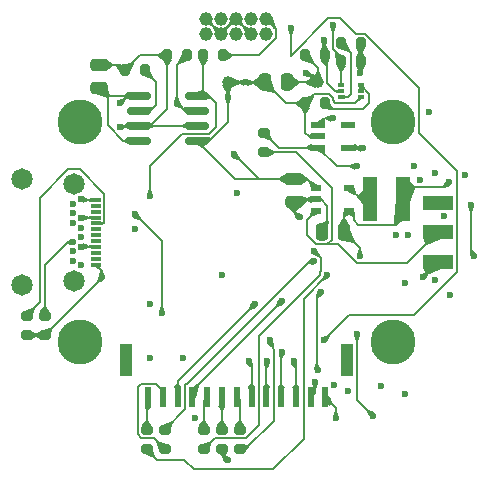
<source format=gbr>
%TF.GenerationSoftware,KiCad,Pcbnew,7.0.9*%
%TF.CreationDate,2023-12-29T19:26:42-05:00*%
%TF.ProjectId,watch-0001,77617463-682d-4303-9030-312e6b696361,v.0.0.1*%
%TF.SameCoordinates,Original*%
%TF.FileFunction,Copper,L1,Top*%
%TF.FilePolarity,Positive*%
%FSLAX46Y46*%
G04 Gerber Fmt 4.6, Leading zero omitted, Abs format (unit mm)*
G04 Created by KiCad (PCBNEW 7.0.9) date 2023-12-29 19:26:42*
%MOMM*%
%LPD*%
G01*
G04 APERTURE LIST*
G04 Aperture macros list*
%AMRoundRect*
0 Rectangle with rounded corners*
0 $1 Rounding radius*
0 $2 $3 $4 $5 $6 $7 $8 $9 X,Y pos of 4 corners*
0 Add a 4 corners polygon primitive as box body*
4,1,4,$2,$3,$4,$5,$6,$7,$8,$9,$2,$3,0*
0 Add four circle primitives for the rounded corners*
1,1,$1+$1,$2,$3*
1,1,$1+$1,$4,$5*
1,1,$1+$1,$6,$7*
1,1,$1+$1,$8,$9*
0 Add four rect primitives between the rounded corners*
20,1,$1+$1,$2,$3,$4,$5,0*
20,1,$1+$1,$4,$5,$6,$7,0*
20,1,$1+$1,$6,$7,$8,$9,0*
20,1,$1+$1,$8,$9,$2,$3,0*%
G04 Aperture macros list end*
%TA.AperFunction,SMDPad,CuDef*%
%ADD10RoundRect,0.200000X-0.275000X0.200000X-0.275000X-0.200000X0.275000X-0.200000X0.275000X0.200000X0*%
%TD*%
%TA.AperFunction,SMDPad,CuDef*%
%ADD11RoundRect,0.250000X-0.250000X-0.475000X0.250000X-0.475000X0.250000X0.475000X-0.250000X0.475000X0*%
%TD*%
%TA.AperFunction,SMDPad,CuDef*%
%ADD12C,1.000000*%
%TD*%
%TA.AperFunction,ComponentPad*%
%ADD13C,3.800000*%
%TD*%
%TA.AperFunction,SMDPad,CuDef*%
%ADD14R,0.492000X0.300000*%
%TD*%
%TA.AperFunction,SMDPad,CuDef*%
%ADD15RoundRect,0.200000X0.200000X0.275000X-0.200000X0.275000X-0.200000X-0.275000X0.200000X-0.275000X0*%
%TD*%
%TA.AperFunction,SMDPad,CuDef*%
%ADD16RoundRect,0.200000X-0.200000X-0.275000X0.200000X-0.275000X0.200000X0.275000X-0.200000X0.275000X0*%
%TD*%
%TA.AperFunction,SMDPad,CuDef*%
%ADD17R,2.500000X1.200000*%
%TD*%
%TA.AperFunction,SMDPad,CuDef*%
%ADD18R,0.900000X0.300000*%
%TD*%
%TA.AperFunction,ComponentPad*%
%ADD19C,0.600000*%
%TD*%
%TA.AperFunction,ComponentPad*%
%ADD20C,1.815000*%
%TD*%
%TA.AperFunction,SMDPad,CuDef*%
%ADD21RoundRect,0.250000X0.475000X-0.250000X0.475000X0.250000X-0.475000X0.250000X-0.475000X-0.250000X0*%
%TD*%
%TA.AperFunction,SMDPad,CuDef*%
%ADD22RoundRect,0.200000X0.275000X-0.200000X0.275000X0.200000X-0.275000X0.200000X-0.275000X-0.200000X0*%
%TD*%
%TA.AperFunction,SMDPad,CuDef*%
%ADD23RoundRect,0.150000X-0.825000X-0.150000X0.825000X-0.150000X0.825000X0.150000X-0.825000X0.150000X0*%
%TD*%
%TA.AperFunction,SMDPad,CuDef*%
%ADD24R,1.200000X0.600000*%
%TD*%
%TA.AperFunction,SMDPad,CuDef*%
%ADD25RoundRect,0.250000X-0.475000X0.250000X-0.475000X-0.250000X0.475000X-0.250000X0.475000X0.250000X0*%
%TD*%
%TA.AperFunction,SMDPad,CuDef*%
%ADD26R,0.900000X0.600000*%
%TD*%
%TA.AperFunction,SMDPad,CuDef*%
%ADD27R,1.193800X3.708400*%
%TD*%
%TA.AperFunction,SMDPad,CuDef*%
%ADD28R,0.600000X1.700000*%
%TD*%
%TA.AperFunction,SMDPad,CuDef*%
%ADD29R,1.000000X2.700000*%
%TD*%
%TA.AperFunction,SMDPad,CuDef*%
%ADD30RoundRect,0.250000X0.250000X0.475000X-0.250000X0.475000X-0.250000X-0.475000X0.250000X-0.475000X0*%
%TD*%
%TA.AperFunction,ComponentPad*%
%ADD31C,1.168400*%
%TD*%
%TA.AperFunction,ViaPad*%
%ADD32C,0.600000*%
%TD*%
%TA.AperFunction,Conductor*%
%ADD33C,0.200000*%
%TD*%
G04 APERTURE END LIST*
D10*
%TO.P,R16,1*%
%TO.N,Net-(J1-Pad13)*%
X136906000Y-104585000D03*
%TO.P,R16,2*%
%TO.N,/TP_RST*%
X136906000Y-106235000D03*
%TD*%
D11*
%TO.P,C2,1*%
%TO.N,+BATT*%
X146878000Y-75184000D03*
%TO.P,C2,2*%
%TO.N,GND*%
X148778000Y-75184000D03*
%TD*%
D12*
%TO.P,BT1,1,+*%
%TO.N,+BATT*%
X143764000Y-75184000D03*
%TO.P,BT1,2,-*%
%TO.N,GND*%
X151384000Y-75184000D03*
%TD*%
D13*
%TO.P,H1,1*%
%TO.N,N/C*%
X131234000Y-78559000D03*
%TD*%
D10*
%TO.P,R2,1*%
%TO.N,Net-(J2-CC2)*%
X128270000Y-94933000D03*
%TO.P,R2,2*%
%TO.N,GND*%
X128270000Y-96583000D03*
%TD*%
D14*
%TO.P,Q1,1,S1*%
%TO.N,GND*%
X153344000Y-75446000D03*
%TO.P,Q1,2,G1*%
%TO.N,BAT_MON_EN*%
X153344000Y-75946000D03*
%TO.P,Q1,3,D2*%
%TO.N,Net-(Q1-D2)*%
X153344000Y-76446000D03*
%TO.P,Q1,4,S2*%
%TO.N,+BATT*%
X155012000Y-76446000D03*
%TO.P,Q1,5,G2*%
%TO.N,Net-(Q1-D1)*%
X155012000Y-75946000D03*
%TO.P,Q1,6,D1*%
X155012000Y-75446000D03*
%TD*%
D10*
%TO.P,R14,1*%
%TO.N,Net-(J1-Pad9)*%
X141732000Y-104585000D03*
%TO.P,R14,2*%
%TO.N,/DISP_BL*%
X141732000Y-106235000D03*
%TD*%
D15*
%TO.P,R8,1*%
%TO.N,BAT_MON*%
X155003000Y-73406000D03*
%TO.P,R8,2*%
%TO.N,GND*%
X153353000Y-73406000D03*
%TD*%
D16*
%TO.P,R7,1*%
%TO.N,Net-(Q1-D2)*%
X153353000Y-71882000D03*
%TO.P,R7,2*%
%TO.N,BAT_MON*%
X155003000Y-71882000D03*
%TD*%
D17*
%TO.P,S1,1*%
%TO.N,Net-(IC2-~{RESET})*%
X161588000Y-90384000D03*
%TO.P,S1,2*%
%TO.N,Net-(IC3-CE{slash}MODE)*%
X161588000Y-87884000D03*
%TO.P,S1,3*%
%TO.N,unconnected-(S1-Pad3)*%
X161588000Y-85384000D03*
%TD*%
D18*
%TO.P,J2,A1,GND_1*%
%TO.N,GND*%
X132573000Y-85134000D03*
%TO.P,J2,A2,SSTXP1*%
%TO.N,unconnected-(J2-SSTXP1-PadA2)*%
X132573000Y-85634000D03*
%TO.P,J2,A3,SSTXN1*%
%TO.N,unconnected-(J2-SSTXN1-PadA3)*%
X132573000Y-86134000D03*
%TO.P,J2,A4,VBUS_1*%
%TO.N,VBUS*%
X132573000Y-86634000D03*
%TO.P,J2,A5,CC1*%
%TO.N,Net-(J2-CC1)*%
X132573000Y-87134000D03*
%TO.P,J2,A6,DP1*%
%TO.N,unconnected-(J2-DP1-PadA6)*%
X132573000Y-87634000D03*
%TO.P,J2,A7,DN1*%
%TO.N,unconnected-(J2-DN1-PadA7)*%
X132573000Y-88134000D03*
%TO.P,J2,A8,SBU1*%
%TO.N,unconnected-(J2-SBU1-PadA8)*%
X132573000Y-88634000D03*
%TO.P,J2,A9,VBUS_2*%
%TO.N,VBUS*%
X132573000Y-89134000D03*
%TO.P,J2,A10,SSRXN2*%
%TO.N,unconnected-(J2-SSRXN2-PadA10)*%
X132573000Y-89634000D03*
%TO.P,J2,A11,SSRXP2*%
%TO.N,unconnected-(J2-SSRXP2-PadA11)*%
X132573000Y-90134000D03*
%TO.P,J2,A12,GND_2*%
%TO.N,GND*%
X132573000Y-90634000D03*
D19*
%TO.P,J2,B1,GND_3*%
X131363000Y-90684000D03*
%TO.P,J2,B2,SSTXP2*%
%TO.N,unconnected-(J2-SSTXP2-PadB2)*%
X130663000Y-90284000D03*
%TO.P,J2,B3,SSTXN2*%
%TO.N,unconnected-(J2-SSTXN2-PadB3)*%
X130663000Y-89484000D03*
%TO.P,J2,B4,VBUS_3*%
%TO.N,VBUS*%
X131363000Y-89084000D03*
%TO.P,J2,B5,CC2*%
%TO.N,Net-(J2-CC2)*%
X130663000Y-88684000D03*
%TO.P,J2,B6,DP2*%
%TO.N,unconnected-(J2-DP2-PadB6)*%
X131363000Y-88284000D03*
%TO.P,J2,B7,DN2*%
%TO.N,unconnected-(J2-DN2-PadB7)*%
X131363000Y-87484000D03*
%TO.P,J2,B8,SBU2*%
%TO.N,unconnected-(J2-SBU2-PadB8)*%
X130663000Y-87084000D03*
%TO.P,J2,B9,VBUS_4*%
%TO.N,VBUS*%
X131363000Y-86684000D03*
%TO.P,J2,B10,SSRXN1*%
%TO.N,unconnected-(J2-SSRXN1-PadB10)*%
X130663000Y-86284000D03*
%TO.P,J2,B11,SSRXP1*%
%TO.N,unconnected-(J2-SSRXP1-PadB11)*%
X130663000Y-85484000D03*
%TO.P,J2,B12,GND_4*%
%TO.N,GND*%
X131363000Y-85084000D03*
D20*
%TO.P,J2,MH1,MH1*%
%TO.N,unconnected-(J2-PadMH1)*%
X130773000Y-83754000D03*
%TO.P,J2,MH2,MH2*%
%TO.N,unconnected-(J2-PadMH2)*%
X130773000Y-92014000D03*
%TO.P,J2,MH3,MH3*%
%TO.N,unconnected-(J2-PadMH3)*%
X126373000Y-92374000D03*
%TO.P,J2,MH4,MH4*%
%TO.N,unconnected-(J2-PadMH4)*%
X126373000Y-83394000D03*
%TD*%
D15*
%TO.P,R3,1*%
%TO.N,Net-(U2-SELI)*%
X136715000Y-74168000D03*
%TO.P,R3,2*%
%TO.N,GND*%
X135065000Y-74168000D03*
%TD*%
D13*
%TO.P,H4,1*%
%TO.N,N/C*%
X157734000Y-97209000D03*
%TD*%
D15*
%TO.P,R4,1*%
%TO.N,VBUS*%
X140271000Y-72898000D03*
%TO.P,R4,2*%
%TO.N,GND*%
X138621000Y-72898000D03*
%TD*%
D21*
%TO.P,C1,1*%
%TO.N,VBUS*%
X132842000Y-75626000D03*
%TO.P,C1,2*%
%TO.N,GND*%
X132842000Y-73726000D03*
%TD*%
D22*
%TO.P,R15,1*%
%TO.N,Net-(J1-Pad12)*%
X138430000Y-106235000D03*
%TO.P,R15,2*%
%TO.N,/TP_INT*%
X138430000Y-104585000D03*
%TD*%
D13*
%TO.P,H3,1*%
%TO.N,N/C*%
X157734000Y-78559000D03*
%TD*%
D10*
%TO.P,R13,1*%
%TO.N,Net-(J1-Pad8)*%
X143256000Y-104585000D03*
%TO.P,R13,2*%
%TO.N,DISP_RST*%
X143256000Y-106235000D03*
%TD*%
D23*
%TO.P,U2,1,SELV*%
%TO.N,VBUS*%
X136209000Y-76327000D03*
%TO.P,U2,2,SELI*%
%TO.N,Net-(U2-SELI)*%
X136209000Y-77597000D03*
%TO.P,U2,3,GND*%
%TO.N,GND*%
X136209000Y-78867000D03*
%TO.P,U2,4,IN*%
%TO.N,VBUS*%
X136209000Y-80137000D03*
%TO.P,U2,5,BATT*%
%TO.N,+BATT*%
X141159000Y-80137000D03*
%TO.P,U2,6,GND*%
%TO.N,GND*%
X141159000Y-78867000D03*
%TO.P,U2,7,EN*%
%TO.N,VBUS*%
X141159000Y-77597000D03*
%TO.P,U2,8,~{CHG}*%
%TO.N,CHG*%
X141159000Y-76327000D03*
%TD*%
D13*
%TO.P,H2,1*%
%TO.N,N/C*%
X131234000Y-97209000D03*
%TD*%
D24*
%TO.P,IC2,1,~{RESET}*%
%TO.N,Net-(IC2-~{RESET})*%
X151404000Y-78806000D03*
%TO.P,IC2,2,VDD*%
%TO.N,+BATT*%
X151404000Y-79756000D03*
%TO.P,IC2,3,GND*%
%TO.N,GND*%
X151404000Y-80706000D03*
%TO.P,IC2,4,~{MR}*%
%TO.N,Net-(IC2-~{MR})*%
X153904000Y-80706000D03*
%TO.P,IC2,5,CT*%
%TO.N,unconnected-(IC2-CT-Pad5)*%
X153904000Y-78806000D03*
%TD*%
D25*
%TO.P,C3,1*%
%TO.N,+BATT*%
X149352000Y-83378000D03*
%TO.P,C3,2*%
%TO.N,GND*%
X149352000Y-85278000D03*
%TD*%
D16*
%TO.P,R9,1*%
%TO.N,GND*%
X150305000Y-72898000D03*
%TO.P,R9,2*%
%TO.N,BAT_MON_EN*%
X151955000Y-72898000D03*
%TD*%
D26*
%TO.P,IC3,1,VIN*%
%TO.N,+BATT*%
X151254000Y-84140000D03*
%TO.P,IC3,2,VSS*%
%TO.N,GND*%
X151254000Y-85090000D03*
%TO.P,IC3,3,CE/MODE*%
%TO.N,Net-(IC3-CE{slash}MODE)*%
X151254000Y-86040000D03*
%TO.P,IC3,4,VOUT*%
%TO.N,+3V3*%
X154054000Y-86040000D03*
%TO.P,IC3,5,LX*%
%TO.N,Net-(IC3-LX)*%
X154054000Y-84140000D03*
%TD*%
D10*
%TO.P,R1,1*%
%TO.N,Net-(J2-CC1)*%
X126746000Y-94933000D03*
%TO.P,R1,2*%
%TO.N,GND*%
X126746000Y-96583000D03*
%TD*%
D16*
%TO.P,R5,1*%
%TO.N,CHG*%
X141669000Y-72898000D03*
%TO.P,R5,2*%
%TO.N,+3V3*%
X143319000Y-72898000D03*
%TD*%
D22*
%TO.P,R20,1*%
%TO.N,Net-(IC3-CE{slash}MODE)*%
X146812000Y-81089000D03*
%TO.P,R20,2*%
%TO.N,GND*%
X146812000Y-79439000D03*
%TD*%
D16*
%TO.P,R6,1*%
%TO.N,+BATT*%
X150305000Y-76962000D03*
%TO.P,R6,2*%
%TO.N,Net-(Q1-D1)*%
X151955000Y-76962000D03*
%TD*%
D27*
%TO.P,L1,1,1*%
%TO.N,Net-(IC3-LX)*%
X155829000Y-85090000D03*
%TO.P,L1,2,2*%
%TO.N,+3V3*%
X158623000Y-85090000D03*
%TD*%
D28*
%TO.P,J1,1,1*%
%TO.N,+3V3*%
X152026000Y-101854000D03*
%TO.P,J1,2,2*%
%TO.N,GND*%
X150776000Y-101854000D03*
%TO.P,J1,3,3*%
%TO.N,DISP_SPI_MISO*%
X149526000Y-101854000D03*
%TO.P,J1,4,4*%
%TO.N,DISP_SPI_MOSI*%
X148276000Y-101854000D03*
%TO.P,J1,5,5*%
%TO.N,DISP_SPI_SCLK*%
X147026000Y-101854000D03*
%TO.P,J1,6,6*%
%TO.N,DISP_CS*%
X145776000Y-101854000D03*
%TO.P,J1,7,7*%
%TO.N,Net-(J1-Pad7)*%
X144526000Y-101854000D03*
%TO.P,J1,8,8*%
%TO.N,Net-(J1-Pad8)*%
X143276000Y-101854000D03*
%TO.P,J1,9,9*%
%TO.N,Net-(J1-Pad9)*%
X142026000Y-101854000D03*
%TO.P,J1,10,10*%
%TO.N,I2C_SDA*%
X140776000Y-101854000D03*
%TO.P,J1,11,11*%
%TO.N,I2C_SCL*%
X139526000Y-101854000D03*
%TO.P,J1,12,12*%
%TO.N,Net-(J1-Pad12)*%
X138276000Y-101854000D03*
%TO.P,J1,13,13*%
%TO.N,Net-(J1-Pad13)*%
X137026000Y-101854000D03*
D29*
%TO.P,J1,MP1,MP1*%
%TO.N,unconnected-(J1-PadMP1)*%
X153876000Y-98654000D03*
%TO.P,J1,MP2,MP2*%
%TO.N,unconnected-(J1-PadMP2)*%
X135176000Y-98654000D03*
%TD*%
D30*
%TO.P,C4,1*%
%TO.N,+3V3*%
X153604000Y-87884000D03*
%TO.P,C4,2*%
%TO.N,GND*%
X151704000Y-87884000D03*
%TD*%
D10*
%TO.P,R12,1*%
%TO.N,Net-(J1-Pad7)*%
X144780000Y-104585000D03*
%TO.P,R12,2*%
%TO.N,DISP_DC*%
X144780000Y-106235000D03*
%TD*%
D31*
%TO.P,J3,1,1*%
%TO.N,+3V3*%
X146977100Y-69786500D03*
%TO.P,J3,2,2*%
%TO.N,/JTAG_TMS*%
X145707100Y-69786500D03*
%TO.P,J3,3,3*%
%TO.N,GND*%
X144437100Y-69786500D03*
%TO.P,J3,4,4*%
%TO.N,/JTAG_TCK*%
X143167100Y-69786500D03*
%TO.P,J3,5,5*%
%TO.N,GND*%
X141897100Y-69786500D03*
%TO.P,J3,6,6*%
%TO.N,/JTAG_TDO*%
X146977100Y-71056500D03*
%TO.P,J3,7,7*%
%TO.N,GND*%
X145707100Y-71056500D03*
%TO.P,J3,8,8*%
%TO.N,/JTAG_TDI*%
X144437100Y-71056500D03*
%TO.P,J3,9,9*%
%TO.N,GND*%
X143167100Y-71056500D03*
%TO.P,J3,10,10*%
%TO.N,unconnected-(J3-Pad10)*%
X141897100Y-71056500D03*
%TD*%
D32*
%TO.N,I2C_SDA*%
X161290000Y-82870137D03*
X158750000Y-101600000D03*
X148336000Y-93726000D03*
X158750000Y-92202000D03*
%TO.N,I2C_SCL*%
X146050000Y-93980000D03*
X156718000Y-100932500D03*
X160020000Y-83474500D03*
X161290000Y-91948000D03*
%TO.N,DISP_SPI_MISO*%
X149352000Y-98806000D03*
%TO.N,DISP_SPI_MOSI*%
X148336000Y-98044000D03*
%TO.N,+BATT*%
X143764000Y-76454000D03*
X145288000Y-75184000D03*
X144272000Y-81280000D03*
%TO.N,DISP_SPI_SCLK*%
X147066000Y-98806000D03*
%TO.N,CHG*%
X137160000Y-84836000D03*
%TO.N,+3V3*%
X144526000Y-84582000D03*
X162494000Y-83636500D03*
X152908000Y-103632000D03*
X157988000Y-88138000D03*
X154940000Y-89916000D03*
%TO.N,Net-(IC2-~{MR})*%
X155194000Y-80772000D03*
X152771676Y-100778445D03*
%TO.N,BAT_MON_EN*%
X151892000Y-71628000D03*
X137160000Y-98552000D03*
%TO.N,Net-(IC2-~{RESET})*%
X152654000Y-78232000D03*
X160274000Y-91694000D03*
%TO.N,/JTAG_TMS*%
X149098000Y-70612000D03*
X151892000Y-97028000D03*
%TO.N,/JTAG_TDO*%
X139954000Y-98552000D03*
%TO.N,DISP_CS*%
X145542000Y-98806000D03*
%TO.N,GND*%
X162560000Y-93218000D03*
X164338000Y-85598000D03*
X164592000Y-89916000D03*
X143310000Y-91494000D03*
X152654000Y-70358000D03*
X159512000Y-82296000D03*
X151130000Y-100584000D03*
X154686000Y-82296000D03*
X160782000Y-77724000D03*
X149860000Y-86614000D03*
X133096000Y-91694000D03*
X134620000Y-78994000D03*
X150368000Y-74422000D03*
X153924000Y-101346000D03*
%TO.N,VBUS*%
X139446000Y-76962000D03*
X134620000Y-76962000D03*
%TO.N,/DISP_BL*%
X151059225Y-89486747D03*
%TO.N,/TP_INT*%
X151059085Y-90334429D03*
%TO.N,/TP_RST*%
X152188911Y-91482911D03*
%TO.N,DISP_RST*%
X143764000Y-107188000D03*
%TO.N,DISP_DC*%
X147320000Y-97028000D03*
%TO.N,IMU_INT*%
X154686000Y-96520000D03*
X156054470Y-103409248D03*
%TO.N,PR_INT_DRDY*%
X163830000Y-83058000D03*
X137160000Y-93980000D03*
%TO.N,BAT_MON*%
X151638000Y-92964000D03*
X151384000Y-99568000D03*
X154940000Y-74422000D03*
%TO.N,Net-(U1-RXD0)*%
X140970000Y-103632000D03*
X135890000Y-87630000D03*
%TO.N,Net-(U1-TXD0)*%
X138176000Y-94742000D03*
X135890000Y-86360000D03*
%TO.N,Net-(U4-VDD)*%
X159004000Y-88138000D03*
X162052000Y-86483502D03*
%TD*%
D33*
%TO.N,I2C_SDA*%
X140776000Y-101286000D02*
X148336000Y-93726000D01*
X140776000Y-101854000D02*
X140776000Y-101286000D01*
%TO.N,I2C_SCL*%
X139526000Y-100504000D02*
X139526000Y-101854000D01*
X146050000Y-93980000D02*
X139526000Y-100504000D01*
%TO.N,DISP_SPI_MISO*%
X149352000Y-98806000D02*
X149526000Y-98980000D01*
X149526000Y-98980000D02*
X149526000Y-101854000D01*
%TO.N,DISP_SPI_MOSI*%
X148276000Y-98104000D02*
X148276000Y-98358000D01*
X148276000Y-98358000D02*
X148336000Y-98044000D01*
X148336000Y-98044000D02*
X148276000Y-98104000D01*
X148276000Y-101854000D02*
X148276000Y-98358000D01*
%TO.N,+BATT*%
X144272000Y-81280000D02*
X146370000Y-83378000D01*
X152367648Y-76187000D02*
X151080000Y-76187000D01*
X152843000Y-76896000D02*
X152655000Y-76708000D01*
X152655000Y-76474352D02*
X152367648Y-76187000D01*
X144400000Y-83378000D02*
X149352000Y-83378000D01*
X146370000Y-83378000D02*
X149352000Y-83378000D01*
X145288000Y-75184000D02*
X143764000Y-75184000D01*
X155012000Y-76446000D02*
X154562000Y-76896000D01*
X154562000Y-76896000D02*
X152843000Y-76896000D01*
X152655000Y-76708000D02*
X152655000Y-76474352D01*
X151080000Y-76187000D02*
X150305000Y-76962000D01*
X149352000Y-83378000D02*
X150492000Y-83378000D01*
X145288000Y-75184000D02*
X146878000Y-75184000D01*
X142133999Y-80137000D02*
X143764000Y-78506999D01*
X150492000Y-83378000D02*
X151254000Y-84140000D01*
X150305000Y-76962000D02*
X148656000Y-76962000D01*
X150604000Y-79756000D02*
X150305000Y-79457000D01*
X143764000Y-78506999D02*
X143764000Y-76454000D01*
X141159000Y-80137000D02*
X142133999Y-80137000D01*
X141159000Y-80137000D02*
X144400000Y-83378000D01*
X148656000Y-76962000D02*
X146878000Y-75184000D01*
X150305000Y-79457000D02*
X150305000Y-76962000D01*
X143764000Y-76454000D02*
X143764000Y-75184000D01*
X151404000Y-79756000D02*
X150604000Y-79756000D01*
%TO.N,DISP_SPI_SCLK*%
X147026000Y-98846000D02*
X147026000Y-101854000D01*
X147066000Y-98806000D02*
X147026000Y-98846000D01*
%TO.N,CHG*%
X139919000Y-79537000D02*
X137160000Y-82296000D01*
X142133999Y-76327000D02*
X142748000Y-76941001D01*
X141159000Y-76327000D02*
X141669000Y-75817000D01*
X137160000Y-82296000D02*
X137160000Y-84836000D01*
X142748000Y-76941001D02*
X142748000Y-78957313D01*
X141159000Y-76327000D02*
X142133999Y-76327000D01*
X142168313Y-79537000D02*
X139919000Y-79537000D01*
X142748000Y-78957313D02*
X142168313Y-79537000D01*
X141669000Y-75817000D02*
X141669000Y-72898000D01*
%TO.N,+3V3*%
X152908000Y-102736000D02*
X152908000Y-103632000D01*
X143319000Y-72898000D02*
X146386048Y-72898000D01*
X158007222Y-87244200D02*
X154808200Y-87244200D01*
X162494000Y-83636500D02*
X162056500Y-84074000D01*
X158623000Y-86628422D02*
X158007222Y-87244200D01*
X152026000Y-101854000D02*
X152908000Y-102736000D01*
X162056500Y-84074000D02*
X159639000Y-84074000D01*
X154808200Y-87244200D02*
X154432000Y-86868000D01*
X154054000Y-86040000D02*
X153604000Y-86490000D01*
X154054000Y-86040000D02*
X154054000Y-86230000D01*
X158623000Y-85090000D02*
X158623000Y-86628422D01*
X147861300Y-70670700D02*
X146977100Y-69786500D01*
X153604000Y-86490000D02*
X153604000Y-87884000D01*
X154432000Y-86418000D02*
X154054000Y-86040000D01*
X154940000Y-89916000D02*
X154940000Y-89220000D01*
X154940000Y-89220000D02*
X153604000Y-87884000D01*
X154432000Y-86868000D02*
X154432000Y-86418000D01*
X159639000Y-84074000D02*
X158623000Y-85090000D01*
X146386048Y-72898000D02*
X147861300Y-71422748D01*
X147861300Y-71422748D02*
X147861300Y-70670700D01*
%TO.N,Net-(IC2-~{MR})*%
X155128000Y-80706000D02*
X155194000Y-80772000D01*
X153904000Y-80706000D02*
X155128000Y-80706000D01*
%TO.N,BAT_MON_EN*%
X153344000Y-75946000D02*
X152848000Y-75946000D01*
X152848000Y-75946000D02*
X152184000Y-75282000D01*
X152184000Y-73127000D02*
X151955000Y-72898000D01*
X151892000Y-71628000D02*
X151955000Y-71691000D01*
X151955000Y-71691000D02*
X151955000Y-72898000D01*
X152184000Y-75282000D02*
X152184000Y-73127000D01*
%TO.N,Net-(Q1-D2)*%
X154178000Y-72707000D02*
X153353000Y-71882000D01*
X153344000Y-76446000D02*
X153932000Y-76446000D01*
X154178000Y-76200000D02*
X154178000Y-72707000D01*
X153932000Y-76446000D02*
X154178000Y-76200000D01*
%TO.N,Net-(Q1-D1)*%
X152463000Y-77470000D02*
X151955000Y-76962000D01*
X155703000Y-76961000D02*
X155703000Y-76137000D01*
X155194000Y-77470000D02*
X155703000Y-76961000D01*
X155194000Y-77470000D02*
X152463000Y-77470000D01*
X155703000Y-76137000D02*
X155012000Y-75446000D01*
X155012000Y-75446000D02*
X155012000Y-75946000D01*
%TO.N,Net-(IC2-~{RESET})*%
X151978000Y-78232000D02*
X151404000Y-78806000D01*
X161056000Y-90916000D02*
X161052000Y-90916000D01*
X152654000Y-78232000D02*
X151978000Y-78232000D01*
X161588000Y-90384000D02*
X161056000Y-90916000D01*
X161052000Y-90916000D02*
X160274000Y-91694000D01*
%TO.N,/JTAG_TMS*%
X159934000Y-79470270D02*
X163138000Y-82674270D01*
X154003730Y-94916270D02*
X151892000Y-97028000D01*
X155415648Y-71107000D02*
X159934000Y-75625352D01*
X159934000Y-75625352D02*
X159934000Y-79470270D01*
X163138000Y-82674270D02*
X163138000Y-91284000D01*
X152257352Y-69758000D02*
X153241352Y-69758000D01*
X149098000Y-70612000D02*
X149098000Y-72917352D01*
X163138000Y-91284000D02*
X159505730Y-94916270D01*
X149098000Y-72917352D02*
X152257352Y-69758000D01*
X154590352Y-71107000D02*
X155415648Y-71107000D01*
X153241352Y-69758000D02*
X154590352Y-71107000D01*
X159505730Y-94916270D02*
X154003730Y-94916270D01*
%TO.N,DISP_CS*%
X145776000Y-99040000D02*
X145776000Y-101854000D01*
X145542000Y-98806000D02*
X145776000Y-99040000D01*
%TO.N,Net-(J1-Pad7)*%
X144780000Y-102108000D02*
X144526000Y-101854000D01*
X144780000Y-104585000D02*
X144780000Y-102108000D01*
%TO.N,Net-(J1-Pad8)*%
X143256000Y-101874000D02*
X143276000Y-101854000D01*
X143256000Y-104585000D02*
X143256000Y-101874000D01*
%TO.N,Net-(J1-Pad9)*%
X141732000Y-102148000D02*
X142026000Y-101854000D01*
X141732000Y-104585000D02*
X141732000Y-102148000D01*
%TO.N,Net-(J1-Pad12)*%
X136131000Y-100999000D02*
X136426000Y-100704000D01*
X136426000Y-100704000D02*
X137676000Y-100704000D01*
X137676000Y-100704000D02*
X138276000Y-101304000D01*
X138430000Y-106235000D02*
X137480000Y-105285000D01*
X137480000Y-105285000D02*
X136418352Y-105285000D01*
X136418352Y-105285000D02*
X136131000Y-104997648D01*
X138276000Y-101304000D02*
X138276000Y-101854000D01*
X136131000Y-104997648D02*
X136131000Y-100999000D01*
%TO.N,Net-(J1-Pad13)*%
X136906000Y-104585000D02*
X136906000Y-101974000D01*
X136906000Y-101974000D02*
X137026000Y-101854000D01*
%TO.N,GND*%
X128270000Y-96583000D02*
X133096000Y-91757000D01*
X164338000Y-89408000D02*
X164592000Y-89662000D01*
X132573000Y-90634000D02*
X133096000Y-91157000D01*
X152203938Y-87384062D02*
X152203938Y-85639938D01*
X151654000Y-85090000D02*
X151254000Y-85090000D01*
X136209000Y-78867000D02*
X134747000Y-78867000D01*
X134747000Y-78867000D02*
X134620000Y-78994000D01*
X152653000Y-72369648D02*
X153353000Y-73069648D01*
X151704000Y-87884000D02*
X152203938Y-87384062D01*
X151384000Y-75184000D02*
X148778000Y-75184000D01*
X152203938Y-85639938D02*
X151654000Y-85090000D01*
X149352000Y-85278000D02*
X149352000Y-86106000D01*
X151384000Y-73977000D02*
X150305000Y-72898000D01*
X132573000Y-85134000D02*
X131413000Y-85134000D01*
X150622000Y-74422000D02*
X151384000Y-75184000D01*
X164592000Y-89662000D02*
X164592000Y-89916000D01*
X136335000Y-72898000D02*
X135065000Y-74168000D01*
X137183999Y-78867000D02*
X136209000Y-78867000D01*
X131413000Y-85134000D02*
X131363000Y-85084000D01*
X144437100Y-69786500D02*
X143167100Y-71056500D01*
X132842000Y-73726000D02*
X134623000Y-73726000D01*
X164338000Y-85598000D02*
X164338000Y-89408000D01*
X134623000Y-73726000D02*
X135065000Y-74168000D01*
X154686000Y-82296000D02*
X152994000Y-82296000D01*
X145707100Y-71056500D02*
X144437100Y-69786500D01*
X128270000Y-96583000D02*
X126746000Y-96583000D01*
X149352000Y-86106000D02*
X149860000Y-86614000D01*
X133096000Y-91757000D02*
X133096000Y-91694000D01*
X151384000Y-75184000D02*
X151384000Y-73977000D01*
X152654000Y-70358000D02*
X152653000Y-70359000D01*
X153344000Y-73415000D02*
X153353000Y-73406000D01*
X151130000Y-101500000D02*
X150776000Y-101854000D01*
X138621000Y-72898000D02*
X136335000Y-72898000D01*
X149540000Y-85090000D02*
X149352000Y-85278000D01*
X153344000Y-75446000D02*
X153344000Y-73415000D01*
X150368000Y-74422000D02*
X150622000Y-74422000D01*
X141897100Y-69786500D02*
X143167100Y-71056500D01*
X148079000Y-80706000D02*
X146812000Y-79439000D01*
X153353000Y-73069648D02*
X153353000Y-73406000D01*
X151130000Y-100584000D02*
X151130000Y-101500000D01*
X151404000Y-80706000D02*
X148079000Y-80706000D01*
X133096000Y-91157000D02*
X133096000Y-91694000D01*
X138621000Y-77429999D02*
X137183999Y-78867000D01*
X138621000Y-72898000D02*
X138621000Y-77429999D01*
X151254000Y-85090000D02*
X149540000Y-85090000D01*
X152653000Y-70359000D02*
X152653000Y-72369648D01*
X152994000Y-82296000D02*
X151404000Y-80706000D01*
X141159000Y-78867000D02*
X136209000Y-78867000D01*
%TO.N,VBUS*%
X133604000Y-76388000D02*
X132842000Y-75626000D01*
X135255000Y-76327000D02*
X134620000Y-76962000D01*
X141159000Y-77597000D02*
X140184001Y-77597000D01*
X131363000Y-89084000D02*
X132523000Y-89084000D01*
X140184001Y-77597000D02*
X139549001Y-76962000D01*
X132573000Y-86634000D02*
X131413000Y-86634000D01*
X139446000Y-76858999D02*
X139446000Y-76858999D01*
X139446000Y-73723000D02*
X140271000Y-72898000D01*
X139549001Y-76962000D02*
X139446000Y-76962000D01*
X139446000Y-76858999D02*
X139446000Y-73723000D01*
X132523000Y-89084000D02*
X132573000Y-89134000D01*
X136209000Y-80137000D02*
X134914471Y-80137000D01*
X133543000Y-76327000D02*
X132842000Y-75626000D01*
X131413000Y-86634000D02*
X131363000Y-86684000D01*
X134914471Y-80137000D02*
X133604000Y-78826529D01*
X136209000Y-76327000D02*
X133543000Y-76327000D01*
X136209000Y-76327000D02*
X135255000Y-76327000D01*
X133604000Y-78826529D02*
X133604000Y-76388000D01*
X139446000Y-76962000D02*
X139446000Y-76858999D01*
%TO.N,Net-(J2-CC1)*%
X133273000Y-87134000D02*
X132573000Y-87134000D01*
X126746000Y-94933000D02*
X127870000Y-93809000D01*
X130272837Y-82546500D02*
X131273163Y-82546500D01*
X127870000Y-84949337D02*
X130272837Y-82546500D01*
X131273163Y-82546500D02*
X133323000Y-84596337D01*
X127870000Y-93809000D02*
X127870000Y-84949337D01*
X133323000Y-87084000D02*
X133273000Y-87134000D01*
X133323000Y-84596337D02*
X133323000Y-87084000D01*
%TO.N,Net-(J2-CC2)*%
X128270000Y-94933000D02*
X128270000Y-90652736D01*
X128270000Y-90652736D02*
X130238736Y-88684000D01*
X130238736Y-88684000D02*
X130663000Y-88684000D01*
%TO.N,Net-(U2-SELI)*%
X137668000Y-75121000D02*
X136715000Y-74168000D01*
X137668000Y-77112999D02*
X137668000Y-75121000D01*
X136209000Y-77597000D02*
X137183999Y-77597000D01*
X137183999Y-77597000D02*
X137668000Y-77112999D01*
%TO.N,/DISP_BL*%
X151588911Y-91489089D02*
X146376000Y-96702000D01*
X151659007Y-90086529D02*
X151659007Y-91164286D01*
X146376000Y-104176648D02*
X145267648Y-105285000D01*
X151059225Y-89486747D02*
X151659007Y-90086529D01*
X151659007Y-91164286D02*
X151588911Y-91234382D01*
X151588911Y-91234382D02*
X151588911Y-91489089D01*
X142682000Y-105285000D02*
X141732000Y-106235000D01*
X145267648Y-105285000D02*
X142682000Y-105285000D01*
X146376000Y-96702000D02*
X146376000Y-104176648D01*
%TO.N,/TP_INT*%
X140342000Y-100704000D02*
X140176000Y-100704000D01*
X150711571Y-90334429D02*
X140342000Y-100704000D01*
X140176000Y-102839000D02*
X138430000Y-104585000D01*
X140176000Y-100704000D02*
X140176000Y-102839000D01*
X151059085Y-90334429D02*
X150711571Y-90334429D01*
%TO.N,/TP_RST*%
X140890209Y-107950000D02*
X140082075Y-107141866D01*
X147574000Y-107950000D02*
X140890209Y-107950000D01*
X140082075Y-107141866D02*
X137812866Y-107141866D01*
X137812866Y-107141866D02*
X136906000Y-106235000D01*
X150176000Y-93495822D02*
X150176000Y-105348000D01*
X152188911Y-91482911D02*
X150176000Y-93495822D01*
X150176000Y-105348000D02*
X147574000Y-107950000D01*
%TO.N,DISP_RST*%
X143256000Y-106235000D02*
X143256000Y-106680000D01*
X143256000Y-106680000D02*
X143764000Y-107188000D01*
%TO.N,DISP_DC*%
X147666000Y-97882000D02*
X147320000Y-97028000D01*
X145255000Y-106235000D02*
X147666000Y-103824000D01*
X147666000Y-103824000D02*
X147666000Y-97882000D01*
X144780000Y-106235000D02*
X145255000Y-106235000D01*
%TO.N,IMU_INT*%
X156054470Y-103409248D02*
X154686000Y-102040778D01*
X154686000Y-102040778D02*
X154686000Y-96520000D01*
%TO.N,Net-(IC3-CE{slash}MODE)*%
X149570000Y-81106000D02*
X146829000Y-81106000D01*
X152603938Y-88493806D02*
X152603938Y-84139938D01*
X150460000Y-86862529D02*
X150460000Y-88149744D01*
X146829000Y-81106000D02*
X146812000Y-81089000D01*
X153084471Y-88909000D02*
X154691471Y-90516000D01*
X158956000Y-90516000D02*
X161588000Y-87884000D01*
X151219256Y-88909000D02*
X152188744Y-88909000D01*
X152188744Y-88909000D02*
X153084471Y-88909000D01*
X152188744Y-88909000D02*
X152603938Y-88493806D01*
X152603938Y-84139938D02*
X149570000Y-81106000D01*
X150460000Y-88149744D02*
X151219256Y-88909000D01*
X151254000Y-86040000D02*
X151254000Y-86068529D01*
X154691471Y-90516000D02*
X158956000Y-90516000D01*
X151254000Y-86068529D02*
X150460000Y-86862529D01*
%TO.N,Net-(IC3-LX)*%
X155004000Y-85090000D02*
X154054000Y-84140000D01*
X155829000Y-85090000D02*
X155004000Y-85090000D01*
%TO.N,BAT_MON*%
X155003000Y-71882000D02*
X155003000Y-73406000D01*
X151384000Y-99568000D02*
X151292000Y-99476000D01*
X155003000Y-73406000D02*
X155003000Y-74359000D01*
X155003000Y-74359000D02*
X154940000Y-74422000D01*
X151292000Y-99476000D02*
X151292000Y-93310000D01*
X151292000Y-93310000D02*
X151638000Y-92964000D01*
%TO.N,Net-(U1-TXD0)*%
X138176000Y-94742000D02*
X138176000Y-88646000D01*
X138176000Y-88646000D02*
X135890000Y-86360000D01*
%TD*%
%TA.AperFunction,Conductor*%
%TO.N,VBUS*%
G36*
X131955313Y-88981193D02*
G01*
X131961909Y-88987249D01*
X131963000Y-88992183D01*
X131963000Y-89175816D01*
X131959573Y-89184089D01*
X131955313Y-89186806D01*
X131488305Y-89357330D01*
X131479358Y-89356949D01*
X131473496Y-89350851D01*
X131363883Y-89088509D01*
X131363857Y-89079556D01*
X131363862Y-89079542D01*
X131473496Y-88817147D01*
X131479848Y-88810836D01*
X131488302Y-88810669D01*
X131955313Y-88981193D01*
G37*
%TD.AperFunction*%
%TD*%
%TA.AperFunction,Conductor*%
%TO.N,Net-(J1-Pad8)*%
G36*
X143358030Y-103788427D02*
G01*
X143359476Y-103790186D01*
X143650300Y-104224101D01*
X143652059Y-104232881D01*
X143648328Y-104239383D01*
X143263747Y-104579155D01*
X143255278Y-104582065D01*
X143248253Y-104579155D01*
X142863671Y-104239383D01*
X142859740Y-104231337D01*
X142861698Y-104224104D01*
X143152524Y-103790185D01*
X143159977Y-103785222D01*
X143162243Y-103785000D01*
X143349757Y-103785000D01*
X143358030Y-103788427D01*
G37*
%TD.AperFunction*%
%TD*%
%TA.AperFunction,Conductor*%
%TO.N,+3V3*%
G36*
X155040090Y-89319427D02*
G01*
X155042807Y-89323687D01*
X155213330Y-89790694D01*
X155212949Y-89799641D01*
X155206851Y-89805503D01*
X154944511Y-89915115D01*
X154935556Y-89915142D01*
X154935489Y-89915115D01*
X154673148Y-89805503D01*
X154666836Y-89799151D01*
X154666669Y-89790697D01*
X154837193Y-89323686D01*
X154843249Y-89317091D01*
X154848183Y-89316000D01*
X155031817Y-89316000D01*
X155040090Y-89319427D01*
G37*
%TD.AperFunction*%
%TD*%
%TA.AperFunction,Conductor*%
%TO.N,GND*%
G36*
X143924511Y-70162546D02*
G01*
X143927847Y-70164880D01*
X144058719Y-70295752D01*
X144062146Y-70304025D01*
X144061437Y-70308035D01*
X144035471Y-70379208D01*
X144030705Y-70385105D01*
X143944747Y-70439118D01*
X143819718Y-70564147D01*
X143725634Y-70713880D01*
X143667233Y-70880784D01*
X143667233Y-70880785D01*
X143647435Y-71056496D01*
X143647435Y-71056503D01*
X143667233Y-71232214D01*
X143667233Y-71232215D01*
X143671505Y-71244423D01*
X143671003Y-71253363D01*
X143664326Y-71259330D01*
X143656002Y-71259103D01*
X143170893Y-71059062D01*
X143164551Y-71052740D01*
X143164537Y-71052706D01*
X142964495Y-70567597D01*
X142964509Y-70558643D01*
X142970851Y-70552321D01*
X142979174Y-70552094D01*
X142991383Y-70556366D01*
X143049955Y-70562965D01*
X143167096Y-70576165D01*
X143167100Y-70576165D01*
X143167104Y-70576165D01*
X143273760Y-70564147D01*
X143342817Y-70556366D01*
X143509723Y-70497964D01*
X143659448Y-70403885D01*
X143784485Y-70278848D01*
X143838495Y-70192890D01*
X143844387Y-70188128D01*
X143915566Y-70162162D01*
X143924511Y-70162546D01*
G37*
%TD.AperFunction*%
%TD*%
%TA.AperFunction,Conductor*%
%TO.N,BAT_MON*%
G36*
X155010902Y-73412240D02*
G01*
X155381029Y-73751355D01*
X155384814Y-73759471D01*
X155383403Y-73765573D01*
X155106323Y-74274891D01*
X155099359Y-74280521D01*
X155096045Y-74281000D01*
X154909955Y-74281000D01*
X154901682Y-74277573D01*
X154899677Y-74274891D01*
X154622596Y-73765573D01*
X154621653Y-73756668D01*
X154624968Y-73751357D01*
X154995097Y-73412240D01*
X155003511Y-73409179D01*
X155010902Y-73412240D01*
G37*
%TD.AperFunction*%
%TD*%
%TA.AperFunction,Conductor*%
%TO.N,BAT_MON*%
G36*
X155102062Y-73837958D02*
G01*
X155105162Y-73843484D01*
X155214821Y-74297497D01*
X155213432Y-74306344D01*
X155207959Y-74311040D01*
X154944511Y-74421115D01*
X154935556Y-74421142D01*
X154935489Y-74421115D01*
X154674465Y-74312054D01*
X154668153Y-74305702D01*
X154668180Y-74296747D01*
X154668538Y-74295971D01*
X154899748Y-73840930D01*
X154906551Y-73835108D01*
X154910179Y-73834531D01*
X155093789Y-73834531D01*
X155102062Y-73837958D01*
G37*
%TD.AperFunction*%
%TD*%
%TA.AperFunction,Conductor*%
%TO.N,I2C_SDA*%
G36*
X148069174Y-93615439D02*
G01*
X148232804Y-93682629D01*
X148332184Y-93723436D01*
X148338536Y-93729748D01*
X148338563Y-93729815D01*
X148446559Y-93992824D01*
X148446532Y-94001779D01*
X148440670Y-94007877D01*
X147989867Y-94217523D01*
X147980920Y-94217904D01*
X147976660Y-94215187D01*
X147846812Y-94085339D01*
X147843385Y-94077066D01*
X147844474Y-94072136D01*
X148054124Y-93621327D01*
X148060718Y-93615273D01*
X148069174Y-93615439D01*
G37*
%TD.AperFunction*%
%TD*%
%TA.AperFunction,Conductor*%
%TO.N,GND*%
G36*
X134335526Y-73627176D02*
G01*
X135039567Y-73692053D01*
X135047489Y-73696225D01*
X135050185Y-73703306D01*
X135065758Y-74160911D01*
X135062615Y-74169296D01*
X135059827Y-74171492D01*
X134674915Y-74389305D01*
X134666027Y-74390397D01*
X134659127Y-74385153D01*
X134324429Y-73828782D01*
X134322755Y-73822751D01*
X134322755Y-73638828D01*
X134326182Y-73630555D01*
X134334455Y-73627128D01*
X134335526Y-73627176D01*
G37*
%TD.AperFunction*%
%TD*%
%TA.AperFunction,Conductor*%
%TO.N,Net-(J1-Pad12)*%
G36*
X137853702Y-105513150D02*
G01*
X138585150Y-105830430D01*
X138591376Y-105836866D01*
X138591313Y-105845618D01*
X138433121Y-106229843D01*
X138426802Y-106236189D01*
X138424476Y-106236885D01*
X137964708Y-106323848D01*
X137955943Y-106322019D01*
X137951565Y-106316421D01*
X137707593Y-105658439D01*
X137707930Y-105649492D01*
X137710287Y-105646103D01*
X137840779Y-105515611D01*
X137849051Y-105512185D01*
X137853702Y-105513150D01*
G37*
%TD.AperFunction*%
%TD*%
%TA.AperFunction,Conductor*%
%TO.N,+3V3*%
G36*
X159229384Y-83660811D02*
G01*
X159231956Y-83662289D01*
X159638571Y-83970488D01*
X159643095Y-83978216D01*
X159643204Y-83979812D01*
X159643204Y-84171936D01*
X159642499Y-84175937D01*
X159224077Y-85325665D01*
X159218027Y-85332268D01*
X159209081Y-85332659D01*
X159208613Y-85332477D01*
X158632838Y-85094480D01*
X158626501Y-85088152D01*
X158626494Y-85079200D01*
X159214088Y-83667116D01*
X159220429Y-83660796D01*
X159229384Y-83660811D01*
G37*
%TD.AperFunction*%
%TD*%
%TA.AperFunction,Conductor*%
%TO.N,IMU_INT*%
G36*
X154952851Y-96630496D02*
G01*
X154959163Y-96636848D01*
X154959330Y-96645305D01*
X154788807Y-97112313D01*
X154782751Y-97118909D01*
X154777817Y-97120000D01*
X154594183Y-97120000D01*
X154585910Y-97116573D01*
X154583193Y-97112313D01*
X154412669Y-96645302D01*
X154413050Y-96636358D01*
X154419147Y-96630496D01*
X154681490Y-96520883D01*
X154690444Y-96520857D01*
X154952851Y-96630496D01*
G37*
%TD.AperFunction*%
%TD*%
%TA.AperFunction,Conductor*%
%TO.N,Net-(Q1-D1)*%
G36*
X155252102Y-75479041D02*
G01*
X155259819Y-75483583D01*
X155260802Y-75485123D01*
X155334697Y-75623706D01*
X155335566Y-75632619D01*
X155332646Y-75637484D01*
X155204363Y-75765767D01*
X155196090Y-75769194D01*
X155189290Y-75767015D01*
X154957392Y-75601374D01*
X154952651Y-75593776D01*
X154953356Y-75587440D01*
X155007855Y-75453726D01*
X155014150Y-75447360D01*
X155020312Y-75446557D01*
X155252102Y-75479041D01*
G37*
%TD.AperFunction*%
%TD*%
%TA.AperFunction,Conductor*%
%TO.N,DISP_DC*%
G36*
X147608730Y-97027965D02*
G01*
X147616993Y-97031417D01*
X147620387Y-97039263D01*
X147637532Y-97537946D01*
X147634392Y-97546332D01*
X147630232Y-97549192D01*
X147460032Y-97618149D01*
X147451078Y-97618079D01*
X147446961Y-97615152D01*
X147115307Y-97248359D01*
X147112300Y-97239924D01*
X147115686Y-97232265D01*
X147316179Y-97030540D01*
X147324441Y-97027089D01*
X147324491Y-97027089D01*
X147608730Y-97027965D01*
G37*
%TD.AperFunction*%
%TD*%
%TA.AperFunction,Conductor*%
%TO.N,+BATT*%
G36*
X150890507Y-76239930D02*
G01*
X150893899Y-76242290D01*
X151024387Y-76372778D01*
X151027814Y-76381051D01*
X151026848Y-76385707D01*
X150709569Y-77117151D01*
X150703133Y-77123377D01*
X150694381Y-77123314D01*
X150310156Y-76965121D01*
X150303810Y-76958802D01*
X150303114Y-76956476D01*
X150216151Y-76496708D01*
X150217980Y-76487943D01*
X150223576Y-76483565D01*
X150881560Y-76239593D01*
X150890507Y-76239930D01*
G37*
%TD.AperFunction*%
%TD*%
%TA.AperFunction,Conductor*%
%TO.N,+BATT*%
G36*
X147376265Y-74981314D02*
G01*
X147382532Y-74987529D01*
X147795017Y-75955422D01*
X147795108Y-75964376D01*
X147792527Y-75968282D01*
X147661411Y-76099398D01*
X147653138Y-76102825D01*
X147650231Y-76102458D01*
X146904455Y-75911195D01*
X146897293Y-75905821D01*
X146895666Y-75900162D01*
X146877499Y-75191341D01*
X146880713Y-75182983D01*
X146884732Y-75180226D01*
X147367311Y-74981299D01*
X147376265Y-74981314D01*
G37*
%TD.AperFunction*%
%TD*%
%TA.AperFunction,Conductor*%
%TO.N,DISP_CS*%
G36*
X145831101Y-98805963D02*
G01*
X145839362Y-98809417D01*
X145842734Y-98816874D01*
X145875156Y-99296585D01*
X145872295Y-99305070D01*
X145864272Y-99309047D01*
X145863483Y-99309074D01*
X145680263Y-99309074D01*
X145672735Y-99306330D01*
X145661141Y-99296585D01*
X145524054Y-99181355D01*
X145339611Y-99026321D01*
X145335483Y-99018375D01*
X145338183Y-99009837D01*
X145338838Y-99009119D01*
X145538555Y-98808461D01*
X145546817Y-98805016D01*
X145831101Y-98805963D01*
G37*
%TD.AperFunction*%
%TD*%
%TA.AperFunction,Conductor*%
%TO.N,VBUS*%
G36*
X135850446Y-80019544D02*
G01*
X136175953Y-80125878D01*
X136182753Y-80131705D01*
X136183442Y-80140633D01*
X136177615Y-80147433D01*
X136175953Y-80148122D01*
X135331061Y-80424123D01*
X135322362Y-80423547D01*
X134940634Y-80240186D01*
X134934660Y-80233515D01*
X134934000Y-80229640D01*
X134934000Y-80044359D01*
X134937427Y-80036086D01*
X134940632Y-80033814D01*
X135322362Y-79850451D01*
X135331060Y-79849876D01*
X135850446Y-80019544D01*
G37*
%TD.AperFunction*%
%TD*%
%TA.AperFunction,Conductor*%
%TO.N,GND*%
G36*
X131488369Y-84811901D02*
G01*
X131488897Y-84812137D01*
X131946400Y-85030819D01*
X131952386Y-85037479D01*
X131953054Y-85041375D01*
X131953054Y-85225019D01*
X131949627Y-85233292D01*
X131944378Y-85236321D01*
X131487683Y-85358520D01*
X131478805Y-85357348D01*
X131473863Y-85351729D01*
X131424377Y-85233292D01*
X131363883Y-85088509D01*
X131363857Y-85079556D01*
X131363862Y-85079542D01*
X131473063Y-84818184D01*
X131479414Y-84811874D01*
X131488369Y-84811901D01*
G37*
%TD.AperFunction*%
%TD*%
%TA.AperFunction,Conductor*%
%TO.N,+BATT*%
G36*
X145171641Y-74911050D02*
G01*
X145177503Y-74917148D01*
X145287115Y-75179489D01*
X145287142Y-75188444D01*
X145287115Y-75188511D01*
X145177503Y-75450851D01*
X145171151Y-75457163D01*
X145162694Y-75457329D01*
X145028947Y-75408493D01*
X144695687Y-75286806D01*
X144689091Y-75280750D01*
X144688000Y-75275816D01*
X144688000Y-75092183D01*
X144691427Y-75083910D01*
X144695687Y-75081193D01*
X145162697Y-74910669D01*
X145171641Y-74911050D01*
G37*
%TD.AperFunction*%
%TD*%
%TA.AperFunction,Conductor*%
%TO.N,DISP_SPI_MISO*%
G36*
X149639761Y-98805959D02*
G01*
X149648023Y-98809413D01*
X149651422Y-98817698D01*
X149651408Y-98818224D01*
X149626539Y-99332476D01*
X149622717Y-99340574D01*
X149614853Y-99343611D01*
X149431293Y-99343611D01*
X149423020Y-99340184D01*
X149422506Y-99339636D01*
X149147095Y-99026353D01*
X149144206Y-99017877D01*
X149147588Y-99010375D01*
X149348555Y-98808461D01*
X149356817Y-98805016D01*
X149639761Y-98805959D01*
G37*
%TD.AperFunction*%
%TD*%
%TA.AperFunction,Conductor*%
%TO.N,GND*%
G36*
X152920832Y-70468488D02*
G01*
X152927143Y-70474839D01*
X152927302Y-70483317D01*
X152755816Y-70950135D01*
X152749747Y-70956719D01*
X152744834Y-70957801D01*
X152561198Y-70957801D01*
X152552925Y-70954374D01*
X152550201Y-70950095D01*
X152380654Y-70483317D01*
X152380645Y-70483291D01*
X152381041Y-70474347D01*
X152387130Y-70468503D01*
X152649490Y-70358883D01*
X152658444Y-70358857D01*
X152920832Y-70468488D01*
G37*
%TD.AperFunction*%
%TD*%
%TA.AperFunction,Conductor*%
%TO.N,VBUS*%
G36*
X135850446Y-76209544D02*
G01*
X136175953Y-76315878D01*
X136182753Y-76321705D01*
X136183442Y-76330633D01*
X136177615Y-76337433D01*
X136175953Y-76338122D01*
X135331061Y-76614123D01*
X135322362Y-76613547D01*
X134940634Y-76430186D01*
X134934660Y-76423515D01*
X134934000Y-76419640D01*
X134934000Y-76234359D01*
X134937427Y-76226086D01*
X134940632Y-76223814D01*
X135322362Y-76040451D01*
X135331060Y-76039876D01*
X135850446Y-76209544D01*
G37*
%TD.AperFunction*%
%TD*%
%TA.AperFunction,Conductor*%
%TO.N,+BATT*%
G36*
X141992661Y-79837510D02*
G01*
X142030928Y-79839762D01*
X142270982Y-79853895D01*
X142278566Y-79857302D01*
X142408406Y-79987142D01*
X142411833Y-79995415D01*
X142408406Y-80003688D01*
X142408244Y-80003847D01*
X142138065Y-80263745D01*
X142129727Y-80267011D01*
X142128409Y-80266911D01*
X141205516Y-80143996D01*
X141197768Y-80139507D01*
X141195463Y-80130853D01*
X141199952Y-80123105D01*
X141203052Y-80121406D01*
X141980688Y-79838205D01*
X141984692Y-79837500D01*
X141992317Y-79837500D01*
X141992661Y-79837510D01*
G37*
%TD.AperFunction*%
%TD*%
%TA.AperFunction,Conductor*%
%TO.N,VBUS*%
G36*
X139881616Y-72736685D02*
G01*
X140265844Y-72894879D01*
X140272189Y-72901197D01*
X140272885Y-72903523D01*
X140359849Y-73363291D01*
X140358020Y-73372056D01*
X140352421Y-73376435D01*
X139694441Y-73620406D01*
X139685492Y-73620069D01*
X139682100Y-73617709D01*
X139551612Y-73487221D01*
X139548185Y-73478948D01*
X139549149Y-73474298D01*
X139866431Y-72742847D01*
X139872866Y-72736623D01*
X139881616Y-72736685D01*
G37*
%TD.AperFunction*%
%TD*%
%TA.AperFunction,Conductor*%
%TO.N,+BATT*%
G36*
X143864090Y-75857427D02*
G01*
X143866807Y-75861687D01*
X144037330Y-76328694D01*
X144036949Y-76337641D01*
X144030851Y-76343503D01*
X143768511Y-76453115D01*
X143759556Y-76453142D01*
X143759489Y-76453115D01*
X143497148Y-76343503D01*
X143490836Y-76337151D01*
X143490669Y-76328697D01*
X143661193Y-75861686D01*
X143667249Y-75855091D01*
X143672183Y-75854000D01*
X143855817Y-75854000D01*
X143864090Y-75857427D01*
G37*
%TD.AperFunction*%
%TD*%
%TA.AperFunction,Conductor*%
%TO.N,VBUS*%
G36*
X131944379Y-86531678D02*
G01*
X131951484Y-86537126D01*
X131953054Y-86542980D01*
X131953054Y-86726624D01*
X131949627Y-86734897D01*
X131946400Y-86737180D01*
X131488904Y-86955858D01*
X131479962Y-86956334D01*
X131473302Y-86950348D01*
X131473062Y-86949813D01*
X131363883Y-86688509D01*
X131363857Y-86679556D01*
X131363862Y-86679542D01*
X131473863Y-86416269D01*
X131480215Y-86409958D01*
X131487683Y-86409479D01*
X131944379Y-86531678D01*
G37*
%TD.AperFunction*%
%TD*%
%TA.AperFunction,Conductor*%
%TO.N,GND*%
G36*
X149513864Y-86122475D02*
G01*
X149964671Y-86332123D01*
X149970726Y-86338718D01*
X149970559Y-86347175D01*
X149862563Y-86610184D01*
X149856251Y-86616536D01*
X149856184Y-86616563D01*
X149593175Y-86724559D01*
X149584220Y-86724532D01*
X149578123Y-86718671D01*
X149368475Y-86267865D01*
X149368095Y-86258920D01*
X149370810Y-86254662D01*
X149500661Y-86124811D01*
X149508933Y-86121385D01*
X149513864Y-86122475D01*
G37*
%TD.AperFunction*%
%TD*%
%TA.AperFunction,Conductor*%
%TO.N,/JTAG_TMS*%
G36*
X149364851Y-70722496D02*
G01*
X149371163Y-70728848D01*
X149371330Y-70737305D01*
X149200807Y-71204313D01*
X149194751Y-71210909D01*
X149189817Y-71212000D01*
X149006183Y-71212000D01*
X148997910Y-71208573D01*
X148995193Y-71204313D01*
X148824669Y-70737302D01*
X148825050Y-70728358D01*
X148831147Y-70722496D01*
X149093490Y-70612883D01*
X149102444Y-70612857D01*
X149364851Y-70722496D01*
G37*
%TD.AperFunction*%
%TD*%
%TA.AperFunction,Conductor*%
%TO.N,Net-(Q1-D1)*%
G36*
X155111840Y-75649427D02*
G01*
X155114667Y-75654000D01*
X155159721Y-75789165D01*
X155159086Y-75798097D01*
X155156922Y-75801111D01*
X155020301Y-75938643D01*
X155012039Y-75942097D01*
X155003754Y-75938698D01*
X155003699Y-75938643D01*
X154867077Y-75801111D01*
X154863678Y-75792826D01*
X154864278Y-75789165D01*
X154909333Y-75654000D01*
X154915201Y-75647235D01*
X154920433Y-75646000D01*
X155103567Y-75646000D01*
X155111840Y-75649427D01*
G37*
%TD.AperFunction*%
%TD*%
%TA.AperFunction,Conductor*%
%TO.N,Net-(J2-CC2)*%
G36*
X130552614Y-88417929D02*
G01*
X130553625Y-88419833D01*
X130661827Y-88678793D01*
X130661854Y-88687748D01*
X130661835Y-88687795D01*
X130551975Y-88952068D01*
X130545635Y-88958392D01*
X130538587Y-88958988D01*
X130188480Y-88879720D01*
X130182791Y-88876582D01*
X130053933Y-88747724D01*
X130050506Y-88739451D01*
X130053933Y-88731178D01*
X130055787Y-88729668D01*
X130536415Y-88414558D01*
X130545212Y-88412889D01*
X130552614Y-88417929D01*
G37*
%TD.AperFunction*%
%TD*%
%TA.AperFunction,Conductor*%
%TO.N,CHG*%
G36*
X141770184Y-75817411D02*
G01*
X141772282Y-75820267D01*
X141874353Y-76015697D01*
X141875145Y-76024617D01*
X141869399Y-76031485D01*
X141868488Y-76031911D01*
X141169847Y-76323472D01*
X141160892Y-76323496D01*
X141154544Y-76317181D01*
X141154523Y-76317130D01*
X141039542Y-76037936D01*
X141039560Y-76028984D01*
X141045905Y-76022665D01*
X141045928Y-76022655D01*
X141566912Y-75814817D01*
X141571247Y-75813984D01*
X141761911Y-75813984D01*
X141770184Y-75817411D01*
G37*
%TD.AperFunction*%
%TD*%
%TA.AperFunction,Conductor*%
%TO.N,DISP_SPI_SCLK*%
G36*
X147128011Y-100707427D02*
G01*
X147129473Y-100709210D01*
X147322756Y-100999135D01*
X147324494Y-101007920D01*
X147324055Y-101009515D01*
X147037034Y-101823700D01*
X147031052Y-101830363D01*
X147022110Y-101830844D01*
X147015447Y-101824862D01*
X147014966Y-101823700D01*
X146727944Y-101009515D01*
X146728425Y-101000573D01*
X146729243Y-100999135D01*
X146922527Y-100709210D01*
X146929967Y-100704227D01*
X146932262Y-100704000D01*
X147119738Y-100704000D01*
X147128011Y-100707427D01*
G37*
%TD.AperFunction*%
%TD*%
%TA.AperFunction,Conductor*%
%TO.N,Net-(U1-TXD0)*%
G36*
X138276090Y-94145427D02*
G01*
X138278807Y-94149687D01*
X138449330Y-94616694D01*
X138448949Y-94625641D01*
X138442851Y-94631503D01*
X138180511Y-94741115D01*
X138171556Y-94741142D01*
X138171489Y-94741115D01*
X137909148Y-94631503D01*
X137902836Y-94625151D01*
X137902669Y-94616697D01*
X138073193Y-94149686D01*
X138079249Y-94143091D01*
X138084183Y-94142000D01*
X138267817Y-94142000D01*
X138276090Y-94145427D01*
G37*
%TD.AperFunction*%
%TD*%
%TA.AperFunction,Conductor*%
%TO.N,/TP_INT*%
G36*
X150854501Y-90129795D02*
G01*
X151056326Y-90330279D01*
X151059780Y-90338541D01*
X151059780Y-90338608D01*
X151059115Y-90621383D01*
X151055669Y-90629648D01*
X151047387Y-90633055D01*
X151046119Y-90632983D01*
X150607824Y-90584128D01*
X150600847Y-90580773D01*
X150471393Y-90451319D01*
X150467966Y-90443046D01*
X150471393Y-90434773D01*
X150472177Y-90434057D01*
X150838774Y-90129100D01*
X150847324Y-90126445D01*
X150854501Y-90129795D01*
G37*
%TD.AperFunction*%
%TD*%
%TA.AperFunction,Conductor*%
%TO.N,BAT_MON_EN*%
G36*
X151964630Y-72903648D02*
G01*
X151964829Y-72903782D01*
X152349190Y-73168991D01*
X152354053Y-73176510D01*
X152354162Y-73180009D01*
X152285232Y-73756920D01*
X152280848Y-73764728D01*
X152273615Y-73767232D01*
X152088826Y-73767232D01*
X152080577Y-73763829D01*
X151666048Y-73351694D01*
X151662597Y-73343431D01*
X151664532Y-73336952D01*
X151948420Y-72906965D01*
X151955838Y-72901950D01*
X151964630Y-72903648D01*
G37*
%TD.AperFunction*%
%TD*%
%TA.AperFunction,Conductor*%
%TO.N,GND*%
G36*
X142418631Y-70162161D02*
G01*
X142489808Y-70188127D01*
X142495705Y-70192893D01*
X142549718Y-70278852D01*
X142674747Y-70403881D01*
X142674749Y-70403882D01*
X142674752Y-70403885D01*
X142824477Y-70497964D01*
X142991383Y-70556366D01*
X143049955Y-70562965D01*
X143167096Y-70576165D01*
X143167100Y-70576165D01*
X143167104Y-70576165D01*
X143342813Y-70556367D01*
X143342815Y-70556366D01*
X143342817Y-70556366D01*
X143355025Y-70552094D01*
X143363963Y-70552595D01*
X143369930Y-70559272D01*
X143369703Y-70567597D01*
X143169662Y-71052706D01*
X143163340Y-71059048D01*
X143163306Y-71059062D01*
X142678197Y-71259103D01*
X142669243Y-71259089D01*
X142662921Y-71252747D01*
X142662694Y-71244425D01*
X142666966Y-71232217D01*
X142666966Y-71232215D01*
X142666967Y-71232213D01*
X142686765Y-71056503D01*
X142686765Y-71056496D01*
X142666966Y-70880785D01*
X142666966Y-70880784D01*
X142608565Y-70713880D01*
X142608564Y-70713877D01*
X142514485Y-70564152D01*
X142514482Y-70564149D01*
X142514481Y-70564147D01*
X142389452Y-70439118D01*
X142389449Y-70439116D01*
X142389448Y-70439115D01*
X142333374Y-70403881D01*
X142303493Y-70385105D01*
X142298727Y-70379208D01*
X142272762Y-70308033D01*
X142273146Y-70299088D01*
X142275477Y-70295755D01*
X142406353Y-70164879D01*
X142414625Y-70161453D01*
X142418631Y-70162161D01*
G37*
%TD.AperFunction*%
%TD*%
%TA.AperFunction,Conductor*%
%TO.N,BAT_MON_EN*%
G36*
X153101791Y-75798348D02*
G01*
X153102632Y-75798813D01*
X153328533Y-75936000D01*
X153333826Y-75943223D01*
X153332460Y-75952073D01*
X153328533Y-75956000D01*
X153102632Y-76093186D01*
X153093782Y-76094552D01*
X153092859Y-76094286D01*
X152956000Y-76048666D01*
X152949235Y-76042798D01*
X152948000Y-76037566D01*
X152948000Y-75854433D01*
X152951427Y-75846160D01*
X152955998Y-75843333D01*
X153092860Y-75797713D01*
X153101791Y-75798348D01*
G37*
%TD.AperFunction*%
%TD*%
%TA.AperFunction,Conductor*%
%TO.N,CHG*%
G36*
X142137063Y-76199393D02*
G01*
X142138065Y-76200254D01*
X142408244Y-76460152D01*
X142411831Y-76468357D01*
X142408565Y-76476695D01*
X142408406Y-76476857D01*
X142278566Y-76606697D01*
X142270981Y-76610104D01*
X141986417Y-76626857D01*
X141981725Y-76626171D01*
X141203057Y-76342595D01*
X141196456Y-76336544D01*
X141196067Y-76327597D01*
X141202118Y-76320996D01*
X141205512Y-76320004D01*
X142128410Y-76197088D01*
X142137063Y-76199393D01*
G37*
%TD.AperFunction*%
%TD*%
%TA.AperFunction,Conductor*%
%TO.N,GND*%
G36*
X135650507Y-73445930D02*
G01*
X135653899Y-73448290D01*
X135784387Y-73578778D01*
X135787814Y-73587051D01*
X135786848Y-73591707D01*
X135469569Y-74323151D01*
X135463133Y-74329377D01*
X135454381Y-74329314D01*
X135070156Y-74171121D01*
X135063810Y-74164802D01*
X135063114Y-74162476D01*
X134976151Y-73702708D01*
X134977980Y-73693943D01*
X134983576Y-73689565D01*
X135641560Y-73445593D01*
X135650507Y-73445930D01*
G37*
%TD.AperFunction*%
%TD*%
%TA.AperFunction,Conductor*%
%TO.N,/DISP_BL*%
G36*
X151335004Y-89376214D02*
G01*
X151341102Y-89382076D01*
X151550748Y-89832879D01*
X151551129Y-89841826D01*
X151548412Y-89846086D01*
X151423238Y-89971259D01*
X151414965Y-89974686D01*
X151406692Y-89971259D01*
X151406132Y-89970657D01*
X151390213Y-89952286D01*
X151269138Y-89874476D01*
X151200092Y-89854202D01*
X151131047Y-89833929D01*
X151131046Y-89833929D01*
X151097568Y-89833929D01*
X151092634Y-89832838D01*
X150954554Y-89768624D01*
X150948498Y-89762028D01*
X150948664Y-89753572D01*
X151056661Y-89490561D01*
X151062971Y-89484211D01*
X151326050Y-89376187D01*
X151335004Y-89376214D01*
G37*
%TD.AperFunction*%
%TD*%
%TA.AperFunction,Conductor*%
%TO.N,+BATT*%
G36*
X150010210Y-82955548D02*
G01*
X150611016Y-83359463D01*
X150615970Y-83366923D01*
X150614198Y-83375701D01*
X150612761Y-83377446D01*
X150482331Y-83507876D01*
X150480271Y-83509517D01*
X149929900Y-83854439D01*
X149921070Y-83855929D01*
X149916147Y-83853470D01*
X149506194Y-83507876D01*
X149363321Y-83387432D01*
X149359204Y-83379480D01*
X149361917Y-83370946D01*
X149364461Y-83368693D01*
X149997285Y-82955461D01*
X150006086Y-82953808D01*
X150010210Y-82955548D01*
G37*
%TD.AperFunction*%
%TD*%
%TA.AperFunction,Conductor*%
%TO.N,BAT_MON_EN*%
G36*
X152145992Y-71733123D02*
G01*
X152159959Y-71738959D01*
X152166271Y-71745311D01*
X152166821Y-71752502D01*
X152057162Y-72206516D01*
X152051889Y-72213753D01*
X152045789Y-72215469D01*
X151862179Y-72215469D01*
X151853906Y-72212042D01*
X151851748Y-72209069D01*
X151620545Y-71754041D01*
X151619853Y-71745113D01*
X151625676Y-71738310D01*
X151626439Y-71737956D01*
X151887490Y-71628883D01*
X151896444Y-71628857D01*
X152145992Y-71733123D01*
G37*
%TD.AperFunction*%
%TD*%
%TA.AperFunction,Conductor*%
%TO.N,+BATT*%
G36*
X141867099Y-80430295D02*
G01*
X141873427Y-80436629D01*
X141873422Y-80445584D01*
X141870888Y-80449374D01*
X141741842Y-80578421D01*
X141606383Y-80713879D01*
X141598110Y-80717306D01*
X141592879Y-80716071D01*
X141044455Y-80441859D01*
X141038588Y-80435095D01*
X141038866Y-80426948D01*
X141153832Y-80147148D01*
X141160145Y-80140800D01*
X141169098Y-80140775D01*
X141867099Y-80430295D01*
G37*
%TD.AperFunction*%
%TD*%
%TA.AperFunction,Conductor*%
%TO.N,IMU_INT*%
G36*
X155708334Y-102917723D02*
G01*
X156159141Y-103127371D01*
X156165196Y-103133966D01*
X156165029Y-103142423D01*
X156057033Y-103405432D01*
X156050721Y-103411784D01*
X156050654Y-103411811D01*
X155787645Y-103519807D01*
X155778690Y-103519780D01*
X155772593Y-103513919D01*
X155562945Y-103063113D01*
X155562565Y-103054168D01*
X155565280Y-103049910D01*
X155695131Y-102920059D01*
X155703403Y-102916633D01*
X155708334Y-102917723D01*
G37*
%TD.AperFunction*%
%TD*%
%TA.AperFunction,Conductor*%
%TO.N,Net-(U2-SELI)*%
G36*
X137113335Y-74006704D02*
G01*
X137119569Y-74012848D01*
X137436848Y-74744292D01*
X137436996Y-74753246D01*
X137434387Y-74757221D01*
X137303899Y-74887709D01*
X137295626Y-74891136D01*
X137291558Y-74890406D01*
X136633579Y-74646435D01*
X136627014Y-74640346D01*
X136626151Y-74633291D01*
X136713114Y-74173521D01*
X136718019Y-74166030D01*
X136720147Y-74164882D01*
X137104383Y-74006685D01*
X137113335Y-74006704D01*
G37*
%TD.AperFunction*%
%TD*%
%TA.AperFunction,Conductor*%
%TO.N,/DISP_BL*%
G36*
X142321221Y-105515612D02*
G01*
X142451709Y-105646100D01*
X142455136Y-105654373D01*
X142454406Y-105658441D01*
X142210435Y-106316421D01*
X142204346Y-106322986D01*
X142197291Y-106323849D01*
X141737523Y-106236885D01*
X141730030Y-106231980D01*
X141728880Y-106229848D01*
X141570686Y-105845616D01*
X141570705Y-105836664D01*
X141576847Y-105830431D01*
X142308295Y-105513150D01*
X142317246Y-105513003D01*
X142321221Y-105515612D01*
G37*
%TD.AperFunction*%
%TD*%
%TA.AperFunction,Conductor*%
%TO.N,+BATT*%
G36*
X144547779Y-81169467D02*
G01*
X144553877Y-81175329D01*
X144763523Y-81626132D01*
X144763904Y-81635079D01*
X144761187Y-81639339D01*
X144631339Y-81769187D01*
X144623066Y-81772614D01*
X144618132Y-81771523D01*
X144324736Y-81635079D01*
X144167328Y-81561876D01*
X144161273Y-81555281D01*
X144161439Y-81546825D01*
X144269436Y-81283814D01*
X144275746Y-81277464D01*
X144538825Y-81169440D01*
X144547779Y-81169467D01*
G37*
%TD.AperFunction*%
%TD*%
%TA.AperFunction,Conductor*%
%TO.N,Net-(IC3-CE{slash}MODE)*%
G36*
X161593159Y-87894134D02*
G01*
X161593428Y-87894737D01*
X161832062Y-88473176D01*
X161832049Y-88482131D01*
X161825708Y-88488454D01*
X161825701Y-88488457D01*
X160641659Y-88976004D01*
X160632704Y-88975985D01*
X160628931Y-88973458D01*
X160494583Y-88839110D01*
X160492141Y-88835535D01*
X160342537Y-88494349D01*
X160342354Y-88485399D01*
X160348186Y-88479107D01*
X161577549Y-87888651D01*
X161586488Y-87888160D01*
X161593159Y-87894134D01*
G37*
%TD.AperFunction*%
%TD*%
%TA.AperFunction,Conductor*%
%TO.N,Net-(IC3-CE{slash}MODE)*%
G36*
X147171666Y-80708910D02*
G01*
X147681144Y-81002624D01*
X147686599Y-81009725D01*
X147687000Y-81012760D01*
X147687000Y-81198843D01*
X147683573Y-81207116D01*
X147680628Y-81209259D01*
X147171471Y-81469717D01*
X147162545Y-81470434D01*
X147157517Y-81467205D01*
X146818240Y-81096902D01*
X146815179Y-81088489D01*
X146818240Y-81081097D01*
X147157198Y-80711142D01*
X147165313Y-80707358D01*
X147171666Y-80708910D01*
G37*
%TD.AperFunction*%
%TD*%
%TA.AperFunction,Conductor*%
%TO.N,DISP_SPI_MOSI*%
G36*
X148597296Y-98152175D02*
G01*
X148601604Y-98153975D01*
X148607916Y-98160327D01*
X148607889Y-98169282D01*
X148607555Y-98170008D01*
X148379235Y-98626100D01*
X148372468Y-98631964D01*
X148368773Y-98632563D01*
X148185159Y-98632563D01*
X148176886Y-98629136D01*
X148173801Y-98623672D01*
X148061244Y-98168542D01*
X148062585Y-98159688D01*
X148068088Y-98154939D01*
X148331490Y-98044883D01*
X148340444Y-98044857D01*
X148597296Y-98152175D01*
G37*
%TD.AperFunction*%
%TD*%
%TA.AperFunction,Conductor*%
%TO.N,GND*%
G36*
X153443840Y-75149427D02*
G01*
X153446667Y-75154000D01*
X153491721Y-75289165D01*
X153491086Y-75298097D01*
X153488922Y-75301111D01*
X153352301Y-75438643D01*
X153344039Y-75442097D01*
X153335754Y-75438698D01*
X153335699Y-75438643D01*
X153199077Y-75301111D01*
X153195678Y-75292826D01*
X153196278Y-75289165D01*
X153241333Y-75154000D01*
X153247201Y-75147235D01*
X153252433Y-75146000D01*
X153435567Y-75146000D01*
X153443840Y-75149427D01*
G37*
%TD.AperFunction*%
%TD*%
%TA.AperFunction,Conductor*%
%TO.N,GND*%
G36*
X153360902Y-73412240D02*
G01*
X153730937Y-73751271D01*
X153734722Y-73759387D01*
X153733236Y-73765624D01*
X153447353Y-74275026D01*
X153440316Y-74280564D01*
X153437150Y-74281000D01*
X153251060Y-74281000D01*
X153242787Y-74277573D01*
X153240709Y-74274753D01*
X152972430Y-73765521D01*
X152971605Y-73756605D01*
X152974877Y-73751441D01*
X152975063Y-73751271D01*
X153345097Y-73412240D01*
X153353511Y-73409179D01*
X153360902Y-73412240D01*
G37*
%TD.AperFunction*%
%TD*%
%TA.AperFunction,Conductor*%
%TO.N,Net-(J1-Pad7)*%
G36*
X144882030Y-103788427D02*
G01*
X144883476Y-103790186D01*
X145174300Y-104224101D01*
X145176059Y-104232881D01*
X145172328Y-104239383D01*
X144787747Y-104579155D01*
X144779278Y-104582065D01*
X144772253Y-104579155D01*
X144387671Y-104239383D01*
X144383740Y-104231337D01*
X144385698Y-104224104D01*
X144676524Y-103790185D01*
X144683977Y-103785222D01*
X144686243Y-103785000D01*
X144873757Y-103785000D01*
X144882030Y-103788427D01*
G37*
%TD.AperFunction*%
%TD*%
%TA.AperFunction,Conductor*%
%TO.N,GND*%
G36*
X149281226Y-74690495D02*
G01*
X149773565Y-75080487D01*
X149777922Y-75088309D01*
X149778000Y-75089657D01*
X149778000Y-75278342D01*
X149774573Y-75286615D01*
X149773565Y-75287513D01*
X149281229Y-75677503D01*
X149272616Y-75679954D01*
X149265658Y-75676572D01*
X148879690Y-75287513D01*
X148785173Y-75192239D01*
X148781780Y-75183953D01*
X148785173Y-75175760D01*
X149265659Y-74691426D01*
X149273917Y-74687967D01*
X149281226Y-74690495D01*
G37*
%TD.AperFunction*%
%TD*%
%TA.AperFunction,Conductor*%
%TO.N,GND*%
G36*
X147286056Y-79351979D02*
G01*
X147290435Y-79357578D01*
X147534406Y-80015558D01*
X147534069Y-80024507D01*
X147531709Y-80027899D01*
X147401221Y-80158387D01*
X147392948Y-80161814D01*
X147388293Y-80160848D01*
X146995283Y-79990372D01*
X146656849Y-79843569D01*
X146650623Y-79837133D01*
X146650685Y-79828383D01*
X146808879Y-79444154D01*
X146815197Y-79437810D01*
X146817517Y-79437115D01*
X147277292Y-79350150D01*
X147286056Y-79351979D01*
G37*
%TD.AperFunction*%
%TD*%
%TA.AperFunction,Conductor*%
%TO.N,GND*%
G36*
X164604851Y-85708496D02*
G01*
X164611163Y-85714848D01*
X164611330Y-85723305D01*
X164440807Y-86190313D01*
X164434751Y-86196909D01*
X164429817Y-86198000D01*
X164246183Y-86198000D01*
X164237910Y-86194573D01*
X164235193Y-86190313D01*
X164064669Y-85723302D01*
X164065050Y-85714358D01*
X164071147Y-85708496D01*
X164333490Y-85598883D01*
X164342444Y-85598857D01*
X164604851Y-85708496D01*
G37*
%TD.AperFunction*%
%TD*%
%TA.AperFunction,Conductor*%
%TO.N,Net-(J1-Pad9)*%
G36*
X141834030Y-103788427D02*
G01*
X141835476Y-103790186D01*
X142126300Y-104224101D01*
X142128059Y-104232881D01*
X142124328Y-104239383D01*
X141739747Y-104579155D01*
X141731278Y-104582065D01*
X141724253Y-104579155D01*
X141339671Y-104239383D01*
X141335740Y-104231337D01*
X141337698Y-104224104D01*
X141628524Y-103790185D01*
X141635977Y-103785222D01*
X141638243Y-103785000D01*
X141825757Y-103785000D01*
X141834030Y-103788427D01*
G37*
%TD.AperFunction*%
%TD*%
%TA.AperFunction,Conductor*%
%TO.N,VBUS*%
G36*
X132101869Y-88984225D02*
G01*
X132103252Y-88984500D01*
X132568017Y-88984500D01*
X132576290Y-88987927D01*
X132579717Y-88996200D01*
X132579707Y-88996686D01*
X132574363Y-89125262D01*
X132570595Y-89133386D01*
X132565517Y-89136125D01*
X132126780Y-89246049D01*
X132119406Y-89245487D01*
X131980170Y-89187011D01*
X131973869Y-89180648D01*
X131973000Y-89176224D01*
X131973000Y-88995700D01*
X131976427Y-88987427D01*
X131984700Y-88984000D01*
X132099587Y-88984000D01*
X132101869Y-88984225D01*
G37*
%TD.AperFunction*%
%TD*%
%TA.AperFunction,Conductor*%
%TO.N,Net-(IC2-~{RESET})*%
G36*
X151851383Y-78229120D02*
G01*
X151983986Y-78361723D01*
X151987328Y-78368587D01*
X152003007Y-78497818D01*
X152000601Y-78506443D01*
X151996629Y-78509689D01*
X151414562Y-78801065D01*
X151405630Y-78801704D01*
X151398863Y-78795840D01*
X151398503Y-78795050D01*
X151283866Y-78516051D01*
X151283891Y-78507096D01*
X151289454Y-78501140D01*
X151837881Y-78226927D01*
X151846810Y-78226293D01*
X151851383Y-78229120D01*
G37*
%TD.AperFunction*%
%TD*%
%TA.AperFunction,Conductor*%
%TO.N,+BATT*%
G36*
X148787630Y-82902331D02*
G01*
X149342358Y-83369047D01*
X149346483Y-83376996D01*
X149343779Y-83385532D01*
X149342358Y-83386953D01*
X148787630Y-83853668D01*
X148779094Y-83856372D01*
X148774212Y-83854826D01*
X148528045Y-83711500D01*
X148132813Y-83481384D01*
X148127388Y-83474260D01*
X148127000Y-83471273D01*
X148127000Y-83284726D01*
X148130427Y-83276453D01*
X148132810Y-83274617D01*
X148774213Y-82901172D01*
X148783085Y-82899972D01*
X148787630Y-82902331D01*
G37*
%TD.AperFunction*%
%TD*%
%TA.AperFunction,Conductor*%
%TO.N,GND*%
G36*
X144958631Y-70162161D02*
G01*
X145029808Y-70188127D01*
X145035705Y-70192893D01*
X145089718Y-70278852D01*
X145214747Y-70403881D01*
X145214749Y-70403882D01*
X145214752Y-70403885D01*
X145364477Y-70497964D01*
X145531383Y-70556366D01*
X145589955Y-70562965D01*
X145707096Y-70576165D01*
X145707100Y-70576165D01*
X145707104Y-70576165D01*
X145882813Y-70556367D01*
X145882815Y-70556366D01*
X145882817Y-70556366D01*
X145895025Y-70552094D01*
X145903963Y-70552595D01*
X145909930Y-70559272D01*
X145909703Y-70567597D01*
X145709662Y-71052706D01*
X145703340Y-71059048D01*
X145703306Y-71059062D01*
X145218197Y-71259103D01*
X145209243Y-71259089D01*
X145202921Y-71252747D01*
X145202694Y-71244425D01*
X145206966Y-71232217D01*
X145206966Y-71232215D01*
X145206967Y-71232213D01*
X145226765Y-71056503D01*
X145226765Y-71056496D01*
X145206966Y-70880785D01*
X145206966Y-70880784D01*
X145148565Y-70713880D01*
X145148564Y-70713877D01*
X145054485Y-70564152D01*
X145054482Y-70564149D01*
X145054481Y-70564147D01*
X144929452Y-70439118D01*
X144929449Y-70439116D01*
X144929448Y-70439115D01*
X144873374Y-70403881D01*
X144843493Y-70385105D01*
X144838727Y-70379208D01*
X144812762Y-70308033D01*
X144813146Y-70299088D01*
X144815477Y-70295755D01*
X144946353Y-70164879D01*
X144954625Y-70161453D01*
X144958631Y-70162161D01*
G37*
%TD.AperFunction*%
%TD*%
%TA.AperFunction,Conductor*%
%TO.N,Net-(J2-CC2)*%
G36*
X128372030Y-94136427D02*
G01*
X128373476Y-94138186D01*
X128664300Y-94572101D01*
X128666059Y-94580881D01*
X128662328Y-94587383D01*
X128277747Y-94927155D01*
X128269278Y-94930065D01*
X128262253Y-94927155D01*
X127877671Y-94587383D01*
X127873740Y-94579337D01*
X127875698Y-94572104D01*
X128166524Y-94138185D01*
X128173977Y-94133222D01*
X128176243Y-94133000D01*
X128363757Y-94133000D01*
X128372030Y-94136427D01*
G37*
%TD.AperFunction*%
%TD*%
%TA.AperFunction,Conductor*%
%TO.N,Net-(IC2-~{RESET})*%
G36*
X160633339Y-91204812D02*
G01*
X160763187Y-91334660D01*
X160766614Y-91342933D01*
X160765523Y-91347867D01*
X160555877Y-91798670D01*
X160549281Y-91804726D01*
X160540824Y-91804559D01*
X160277815Y-91696563D01*
X160271463Y-91690251D01*
X160271436Y-91690184D01*
X160163440Y-91427175D01*
X160163467Y-91418220D01*
X160169326Y-91412124D01*
X160620134Y-91202475D01*
X160629079Y-91202095D01*
X160633339Y-91204812D01*
G37*
%TD.AperFunction*%
%TD*%
%TA.AperFunction,Conductor*%
%TO.N,Net-(IC3-LX)*%
G36*
X155239336Y-84342263D02*
G01*
X155240323Y-84343363D01*
X155822452Y-85081508D01*
X155824884Y-85090126D01*
X155820510Y-85097940D01*
X155820499Y-85097949D01*
X155240969Y-85553845D01*
X155232348Y-85556266D01*
X155224806Y-85552209D01*
X154840175Y-85097949D01*
X154679466Y-84908147D01*
X154676736Y-84899620D01*
X154680122Y-84892316D01*
X154813930Y-84758509D01*
X155222794Y-84342406D01*
X155231033Y-84338908D01*
X155239336Y-84342263D01*
G37*
%TD.AperFunction*%
%TD*%
%TA.AperFunction,Conductor*%
%TO.N,GND*%
G36*
X132540620Y-85122898D02*
G01*
X132547388Y-85128760D01*
X132548029Y-85137691D01*
X132542166Y-85144460D01*
X132540619Y-85145101D01*
X132126696Y-85282770D01*
X132119304Y-85282768D01*
X131981000Y-85236666D01*
X131974235Y-85230798D01*
X131973000Y-85225566D01*
X131973000Y-85042433D01*
X131976427Y-85034160D01*
X131980998Y-85031333D01*
X132119307Y-84985230D01*
X132126695Y-84985229D01*
X132540620Y-85122898D01*
G37*
%TD.AperFunction*%
%TD*%
%TA.AperFunction,Conductor*%
%TO.N,DISP_DC*%
G36*
X145463064Y-105880988D02*
G01*
X145470026Y-105884341D01*
X145601232Y-106015547D01*
X145604659Y-106023820D01*
X145602177Y-106031025D01*
X145250379Y-106481115D01*
X145242584Y-106485523D01*
X145235565Y-106484185D01*
X144790696Y-106241916D01*
X144785070Y-106234950D01*
X144786017Y-106226045D01*
X144786646Y-106225019D01*
X145051024Y-105840778D01*
X145058536Y-105835906D01*
X145061966Y-105835785D01*
X145463064Y-105880988D01*
G37*
%TD.AperFunction*%
%TD*%
%TA.AperFunction,Conductor*%
%TO.N,Net-(Q1-D1)*%
G36*
X155020246Y-75453301D02*
G01*
X155020301Y-75453356D01*
X155156922Y-75590888D01*
X155160321Y-75599173D01*
X155159721Y-75602834D01*
X155114667Y-75738000D01*
X155108799Y-75744765D01*
X155103567Y-75746000D01*
X154920433Y-75746000D01*
X154912160Y-75742573D01*
X154909333Y-75738000D01*
X154864278Y-75602834D01*
X154864913Y-75593902D01*
X154867074Y-75590892D01*
X155003699Y-75453355D01*
X155011961Y-75449902D01*
X155020246Y-75453301D01*
G37*
%TD.AperFunction*%
%TD*%
%TA.AperFunction,Conductor*%
%TO.N,DISP_SPI_MISO*%
G36*
X149628011Y-100707427D02*
G01*
X149629473Y-100709210D01*
X149822756Y-100999135D01*
X149824494Y-101007920D01*
X149824055Y-101009515D01*
X149537034Y-101823700D01*
X149531052Y-101830363D01*
X149522110Y-101830844D01*
X149515447Y-101824862D01*
X149514966Y-101823700D01*
X149227944Y-101009515D01*
X149228425Y-101000573D01*
X149229243Y-100999135D01*
X149422527Y-100709210D01*
X149429967Y-100704227D01*
X149432262Y-100704000D01*
X149619738Y-100704000D01*
X149628011Y-100707427D01*
G37*
%TD.AperFunction*%
%TD*%
%TA.AperFunction,Conductor*%
%TO.N,GND*%
G36*
X133126900Y-91053549D02*
G01*
X133129228Y-91056871D01*
X133368004Y-91568148D01*
X133368400Y-91577094D01*
X133362354Y-91583700D01*
X133361914Y-91583895D01*
X133101206Y-91692827D01*
X133092251Y-91692854D01*
X133092204Y-91692835D01*
X132841504Y-91588617D01*
X132835180Y-91582277D01*
X132834449Y-91575925D01*
X132842150Y-91528955D01*
X132841967Y-91525585D01*
X132842819Y-91520529D01*
X132979852Y-91185338D01*
X132982405Y-91181498D01*
X133110355Y-91053548D01*
X133118627Y-91050122D01*
X133126900Y-91053549D01*
G37*
%TD.AperFunction*%
%TD*%
%TA.AperFunction,Conductor*%
%TO.N,Net-(Q1-D1)*%
G36*
X152355930Y-76768747D02*
G01*
X152357209Y-76773550D01*
X152357414Y-76777988D01*
X152357416Y-76777994D01*
X152365474Y-76796245D01*
X152366272Y-76798820D01*
X152369939Y-76818433D01*
X152388313Y-76848111D01*
X152388691Y-76848828D01*
X152402794Y-76880765D01*
X152402795Y-76880767D01*
X152416903Y-76894874D01*
X152418574Y-76896983D01*
X152429081Y-76913952D01*
X152429082Y-76913953D01*
X152438207Y-76920844D01*
X152441567Y-76924841D01*
X152668617Y-77367485D01*
X152669907Y-77372825D01*
X152669907Y-77556002D01*
X152666480Y-77564275D01*
X152658207Y-77567702D01*
X152656131Y-77567516D01*
X151942277Y-77438817D01*
X151934743Y-77433977D01*
X151932665Y-77426768D01*
X151953689Y-76968772D01*
X151957492Y-76960666D01*
X151960029Y-76958903D01*
X152340179Y-76763683D01*
X152349102Y-76762953D01*
X152355930Y-76768747D01*
G37*
%TD.AperFunction*%
%TD*%
%TA.AperFunction,Conductor*%
%TO.N,VBUS*%
G36*
X140336273Y-77297827D02*
G01*
X141114942Y-77581404D01*
X141121543Y-77587455D01*
X141121932Y-77596402D01*
X141115881Y-77603003D01*
X141112483Y-77603996D01*
X140189590Y-77726910D01*
X140180936Y-77724605D01*
X140179934Y-77723744D01*
X139909755Y-77463847D01*
X139906168Y-77455642D01*
X139909434Y-77447304D01*
X139909540Y-77447196D01*
X140039434Y-77317301D01*
X140047016Y-77313895D01*
X140331583Y-77297142D01*
X140336273Y-77297827D01*
G37*
%TD.AperFunction*%
%TD*%
%TA.AperFunction,Conductor*%
%TO.N,+3V3*%
G36*
X162227174Y-83525939D02*
G01*
X162390804Y-83593129D01*
X162490184Y-83633936D01*
X162496536Y-83640248D01*
X162496563Y-83640315D01*
X162604559Y-83903324D01*
X162604532Y-83912279D01*
X162598670Y-83918377D01*
X162147867Y-84128023D01*
X162138920Y-84128404D01*
X162134660Y-84125687D01*
X162004812Y-83995839D01*
X162001385Y-83987566D01*
X162002474Y-83982636D01*
X162212124Y-83531827D01*
X162218718Y-83525773D01*
X162227174Y-83525939D01*
G37*
%TD.AperFunction*%
%TD*%
%TA.AperFunction,Conductor*%
%TO.N,+3V3*%
G36*
X152324903Y-101733891D02*
G01*
X152330859Y-101739455D01*
X152388722Y-101855181D01*
X152605071Y-102287878D01*
X152605706Y-102296810D01*
X152602879Y-102301383D01*
X152467421Y-102436842D01*
X152338374Y-102565888D01*
X152330101Y-102569315D01*
X152321828Y-102565888D01*
X152319295Y-102562100D01*
X152029789Y-101864134D01*
X152029785Y-101855181D01*
X152036112Y-101848847D01*
X152315948Y-101733866D01*
X152324903Y-101733891D01*
G37*
%TD.AperFunction*%
%TD*%
%TA.AperFunction,Conductor*%
%TO.N,GND*%
G36*
X142394956Y-69583909D02*
G01*
X142401278Y-69590251D01*
X142401506Y-69598575D01*
X142397232Y-69610789D01*
X142377435Y-69786496D01*
X142377435Y-69786503D01*
X142397233Y-69962214D01*
X142397233Y-69962215D01*
X142455634Y-70129119D01*
X142455635Y-70129121D01*
X142455636Y-70129123D01*
X142549715Y-70278848D01*
X142549718Y-70278852D01*
X142674747Y-70403881D01*
X142674749Y-70403882D01*
X142674752Y-70403885D01*
X142730825Y-70439118D01*
X142760705Y-70457893D01*
X142765471Y-70463790D01*
X142791437Y-70534964D01*
X142791054Y-70543911D01*
X142788719Y-70547247D01*
X142657847Y-70678119D01*
X142649574Y-70681546D01*
X142645564Y-70680837D01*
X142574390Y-70654871D01*
X142568493Y-70650105D01*
X142522033Y-70576165D01*
X142514485Y-70564152D01*
X142514482Y-70564149D01*
X142514481Y-70564147D01*
X142389452Y-70439118D01*
X142389449Y-70439116D01*
X142389448Y-70439115D01*
X142239723Y-70345036D01*
X142239721Y-70345035D01*
X142239719Y-70345034D01*
X142072814Y-70286633D01*
X141897104Y-70266835D01*
X141897096Y-70266835D01*
X141721389Y-70286632D01*
X141721383Y-70286633D01*
X141721383Y-70286634D01*
X141709174Y-70290905D01*
X141700234Y-70290403D01*
X141694267Y-70283726D01*
X141694494Y-70275403D01*
X141894537Y-69790292D01*
X141900858Y-69783951D01*
X142386003Y-69583895D01*
X142394956Y-69583909D01*
G37*
%TD.AperFunction*%
%TD*%
%TA.AperFunction,Conductor*%
%TO.N,VBUS*%
G36*
X132298689Y-86542433D02*
G01*
X132540619Y-86622898D01*
X132547388Y-86628761D01*
X132548029Y-86637692D01*
X132542166Y-86644461D01*
X132540619Y-86645102D01*
X132126696Y-86782770D01*
X132119304Y-86782768D01*
X131981000Y-86736666D01*
X131974235Y-86730798D01*
X131973000Y-86725566D01*
X131973000Y-86542433D01*
X131976427Y-86534160D01*
X131980998Y-86531333D01*
X132119307Y-86485230D01*
X132126695Y-86485229D01*
X132298689Y-86542433D01*
G37*
%TD.AperFunction*%
%TD*%
%TA.AperFunction,Conductor*%
%TO.N,GND*%
G36*
X151484691Y-74187427D02*
G01*
X151487097Y-74190920D01*
X151841032Y-74981694D01*
X151841284Y-74990645D01*
X151835133Y-74997153D01*
X151834850Y-74997275D01*
X151388497Y-75183127D01*
X151379543Y-75183144D01*
X151379503Y-75183127D01*
X150933149Y-74997275D01*
X150926828Y-74990931D01*
X150926845Y-74981977D01*
X150926967Y-74981694D01*
X151280903Y-74190920D01*
X151287411Y-74184769D01*
X151291582Y-74184000D01*
X151476418Y-74184000D01*
X151484691Y-74187427D01*
G37*
%TD.AperFunction*%
%TD*%
%TA.AperFunction,Conductor*%
%TO.N,/TP_RST*%
G36*
X137380056Y-106147979D02*
G01*
X137384435Y-106153578D01*
X137628406Y-106811558D01*
X137628069Y-106820507D01*
X137625709Y-106823899D01*
X137495221Y-106954387D01*
X137486948Y-106957814D01*
X137482293Y-106956848D01*
X137089283Y-106786372D01*
X136750849Y-106639569D01*
X136744623Y-106633133D01*
X136744685Y-106624383D01*
X136902879Y-106240154D01*
X136909197Y-106233810D01*
X136911517Y-106233115D01*
X137371292Y-106146150D01*
X137380056Y-106147979D01*
G37*
%TD.AperFunction*%
%TD*%
%TA.AperFunction,Conductor*%
%TO.N,VBUS*%
G36*
X135239542Y-76213258D02*
G01*
X136200215Y-76325187D01*
X136208036Y-76329548D01*
X136210519Y-76335813D01*
X136234286Y-76614347D01*
X136231575Y-76622882D01*
X136223623Y-76627000D01*
X136222667Y-76627042D01*
X135097447Y-76630825D01*
X135089163Y-76627426D01*
X134959520Y-76497783D01*
X134956093Y-76489510D01*
X134959520Y-76481237D01*
X135230010Y-76216517D01*
X135238318Y-76213181D01*
X135239542Y-76213258D01*
G37*
%TD.AperFunction*%
%TD*%
%TA.AperFunction,Conductor*%
%TO.N,Net-(J2-CC1)*%
G36*
X133026692Y-86985230D02*
G01*
X133165000Y-87031333D01*
X133171765Y-87037201D01*
X133173000Y-87042433D01*
X133173000Y-87225566D01*
X133169573Y-87233839D01*
X133165000Y-87236666D01*
X133026695Y-87282768D01*
X133019303Y-87282770D01*
X132605380Y-87145102D01*
X132598611Y-87139239D01*
X132597970Y-87130308D01*
X132603833Y-87123539D01*
X132605380Y-87122898D01*
X133019304Y-86985229D01*
X133026692Y-86985230D01*
G37*
%TD.AperFunction*%
%TD*%
%TA.AperFunction,Conductor*%
%TO.N,GND*%
G36*
X134633139Y-78695685D02*
G01*
X135178805Y-78765690D01*
X135186575Y-78770142D01*
X135189016Y-78777295D01*
X135189016Y-78960755D01*
X135185589Y-78969028D01*
X135183829Y-78970475D01*
X134840100Y-79200792D01*
X134831319Y-79202550D01*
X134825333Y-79199365D01*
X134622462Y-78997446D01*
X134619016Y-78989181D01*
X134619016Y-78989114D01*
X134619090Y-78967000D01*
X134619955Y-78707250D01*
X134623409Y-78698990D01*
X134631694Y-78695591D01*
X134633139Y-78695685D01*
G37*
%TD.AperFunction*%
%TD*%
%TA.AperFunction,Conductor*%
%TO.N,+BATT*%
G36*
X143966022Y-74726845D02*
G01*
X143966305Y-74726967D01*
X144757081Y-75080903D01*
X144763231Y-75087410D01*
X144764000Y-75091581D01*
X144764000Y-75276418D01*
X144760573Y-75284691D01*
X144757080Y-75287097D01*
X143966305Y-75641032D01*
X143957354Y-75641284D01*
X143950846Y-75635133D01*
X143950724Y-75634850D01*
X143805927Y-75287097D01*
X143764871Y-75188495D01*
X143764855Y-75179544D01*
X143950725Y-74733147D01*
X143957068Y-74726828D01*
X143966022Y-74726845D01*
G37*
%TD.AperFunction*%
%TD*%
%TA.AperFunction,Conductor*%
%TO.N,BAT_MON*%
G36*
X155010902Y-71888240D02*
G01*
X155381029Y-72227355D01*
X155384814Y-72235471D01*
X155383403Y-72241573D01*
X155106323Y-72750891D01*
X155099359Y-72756521D01*
X155096045Y-72757000D01*
X154909955Y-72757000D01*
X154901682Y-72753573D01*
X154899677Y-72750891D01*
X154622596Y-72241573D01*
X154621653Y-72232668D01*
X154624968Y-72227357D01*
X154995097Y-71888240D01*
X155003511Y-71885179D01*
X155010902Y-71888240D01*
G37*
%TD.AperFunction*%
%TD*%
%TA.AperFunction,Conductor*%
%TO.N,+BATT*%
G36*
X150820117Y-83560927D02*
G01*
X151368543Y-83835139D01*
X151374411Y-83841904D01*
X151374133Y-83850051D01*
X151257879Y-84132985D01*
X151251565Y-84139335D01*
X151246372Y-84140218D01*
X150812015Y-84114734D01*
X150803956Y-84110828D01*
X150801557Y-84106619D01*
X150673328Y-83705369D01*
X150674074Y-83696447D01*
X150676197Y-83693539D01*
X150806617Y-83563119D01*
X150814889Y-83559693D01*
X150820117Y-83560927D01*
G37*
%TD.AperFunction*%
%TD*%
%TA.AperFunction,Conductor*%
%TO.N,/TP_INT*%
G36*
X139019221Y-103865612D02*
G01*
X139149709Y-103996100D01*
X139153136Y-104004373D01*
X139152406Y-104008441D01*
X138908435Y-104666421D01*
X138902346Y-104672986D01*
X138895291Y-104673849D01*
X138435523Y-104586885D01*
X138428030Y-104581980D01*
X138426880Y-104579848D01*
X138268686Y-104195616D01*
X138268705Y-104186664D01*
X138274847Y-104180431D01*
X139006295Y-103863150D01*
X139015246Y-103863003D01*
X139019221Y-103865612D01*
G37*
%TD.AperFunction*%
%TD*%
%TA.AperFunction,Conductor*%
%TO.N,+3V3*%
G36*
X153008090Y-103035427D02*
G01*
X153010807Y-103039687D01*
X153181330Y-103506694D01*
X153180949Y-103515641D01*
X153174851Y-103521503D01*
X152912511Y-103631115D01*
X152903556Y-103631142D01*
X152903489Y-103631115D01*
X152641148Y-103521503D01*
X152634836Y-103515151D01*
X152634669Y-103506697D01*
X152805193Y-103039686D01*
X152811249Y-103033091D01*
X152816183Y-103032000D01*
X152999817Y-103032000D01*
X153008090Y-103035427D01*
G37*
%TD.AperFunction*%
%TD*%
%TA.AperFunction,Conductor*%
%TO.N,+BATT*%
G36*
X155012355Y-76448803D02*
G01*
X155016145Y-76453728D01*
X155070642Y-76587437D01*
X155070591Y-76596392D01*
X155066607Y-76601374D01*
X154834709Y-76767015D01*
X154825986Y-76769035D01*
X154819636Y-76765767D01*
X154691353Y-76637484D01*
X154687926Y-76629211D01*
X154689301Y-76623708D01*
X154763198Y-76485121D01*
X154770113Y-76479435D01*
X154771890Y-76479042D01*
X155003686Y-76446557D01*
X155012355Y-76448803D01*
G37*
%TD.AperFunction*%
%TD*%
%TA.AperFunction,Conductor*%
%TO.N,BAT_MON*%
G36*
X151393513Y-98989727D02*
G01*
X151395376Y-98992156D01*
X151654525Y-99441679D01*
X151655688Y-99450558D01*
X151650233Y-99457659D01*
X151648900Y-99458319D01*
X151386182Y-99568088D01*
X151381632Y-99568992D01*
X151098024Y-99568046D01*
X151089762Y-99564592D01*
X151086363Y-99556307D01*
X151086560Y-99554210D01*
X151190224Y-98995863D01*
X151195103Y-98988356D01*
X151201727Y-98986300D01*
X151385240Y-98986300D01*
X151393513Y-98989727D01*
G37*
%TD.AperFunction*%
%TD*%
%TA.AperFunction,Conductor*%
%TO.N,+BATT*%
G36*
X145880313Y-75081193D02*
G01*
X145886909Y-75087249D01*
X145888000Y-75092183D01*
X145888000Y-75275816D01*
X145884573Y-75284089D01*
X145880313Y-75286806D01*
X145413305Y-75457330D01*
X145404358Y-75456949D01*
X145398496Y-75450851D01*
X145288883Y-75188509D01*
X145288857Y-75179556D01*
X145288862Y-75179542D01*
X145398496Y-74917147D01*
X145404848Y-74910836D01*
X145413302Y-74910669D01*
X145880313Y-75081193D01*
G37*
%TD.AperFunction*%
%TD*%
%TA.AperFunction,Conductor*%
%TO.N,BAT_MON*%
G36*
X151372828Y-92854119D02*
G01*
X151633490Y-92961148D01*
X151639839Y-92967457D01*
X151639860Y-92967506D01*
X151748644Y-93231082D01*
X151748633Y-93240037D01*
X151743041Y-93246021D01*
X151394462Y-93419458D01*
X151389250Y-93420683D01*
X151207657Y-93420683D01*
X151199384Y-93417256D01*
X151195957Y-93408983D01*
X151196436Y-93405668D01*
X151357163Y-92861627D01*
X151362794Y-92854664D01*
X151371699Y-92853721D01*
X151372828Y-92854119D01*
G37*
%TD.AperFunction*%
%TD*%
%TA.AperFunction,Conductor*%
%TO.N,GND*%
G36*
X150703335Y-72736704D02*
G01*
X150709569Y-72742848D01*
X151026848Y-73474292D01*
X151026996Y-73483246D01*
X151024387Y-73487221D01*
X150893899Y-73617709D01*
X150885626Y-73621136D01*
X150881558Y-73620406D01*
X150223579Y-73376435D01*
X150217014Y-73370346D01*
X150216151Y-73363291D01*
X150303114Y-72903521D01*
X150308019Y-72896030D01*
X150310147Y-72894882D01*
X150694383Y-72736685D01*
X150703335Y-72736704D01*
G37*
%TD.AperFunction*%
%TD*%
%TA.AperFunction,Conductor*%
%TO.N,GND*%
G36*
X128859221Y-95863612D02*
G01*
X128989709Y-95994100D01*
X128993136Y-96002373D01*
X128992406Y-96006441D01*
X128748435Y-96664421D01*
X128742346Y-96670986D01*
X128735291Y-96671849D01*
X128275523Y-96584885D01*
X128268030Y-96579980D01*
X128266880Y-96577848D01*
X128108686Y-96193616D01*
X128108705Y-96184664D01*
X128114847Y-96178431D01*
X128846295Y-95861150D01*
X128855246Y-95861003D01*
X128859221Y-95863612D01*
G37*
%TD.AperFunction*%
%TD*%
%TA.AperFunction,Conductor*%
%TO.N,Net-(IC3-LX)*%
G36*
X154495985Y-84165265D02*
G01*
X154504043Y-84169171D01*
X154506444Y-84173383D01*
X154634671Y-84574628D01*
X154633925Y-84583552D01*
X154631799Y-84586463D01*
X154501383Y-84716879D01*
X154493110Y-84720306D01*
X154487879Y-84719071D01*
X153939455Y-84444859D01*
X153933588Y-84438095D01*
X153933866Y-84429948D01*
X154050120Y-84147013D01*
X154056434Y-84140664D01*
X154061622Y-84139781D01*
X154495985Y-84165265D01*
G37*
%TD.AperFunction*%
%TD*%
%TA.AperFunction,Conductor*%
%TO.N,+3V3*%
G36*
X154496210Y-86171725D02*
G01*
X154503149Y-86177385D01*
X154504523Y-86182177D01*
X154531196Y-86595238D01*
X154528309Y-86603715D01*
X154520274Y-86607668D01*
X154519520Y-86607692D01*
X154335291Y-86607692D01*
X154329191Y-86605976D01*
X153903251Y-86345747D01*
X153897978Y-86338510D01*
X153899021Y-86330268D01*
X154049495Y-86047465D01*
X154056405Y-86041773D01*
X154063186Y-86041757D01*
X154496210Y-86171725D01*
G37*
%TD.AperFunction*%
%TD*%
%TA.AperFunction,Conductor*%
%TO.N,Net-(U1-TXD0)*%
G36*
X136165779Y-86249467D02*
G01*
X136171877Y-86255329D01*
X136381523Y-86706132D01*
X136381904Y-86715079D01*
X136379187Y-86719339D01*
X136249339Y-86849187D01*
X136241066Y-86852614D01*
X136236132Y-86851523D01*
X135942736Y-86715079D01*
X135785328Y-86641876D01*
X135779273Y-86635281D01*
X135779439Y-86626825D01*
X135887436Y-86363814D01*
X135893746Y-86357464D01*
X136156825Y-86249440D01*
X136165779Y-86249467D01*
G37*
%TD.AperFunction*%
%TD*%
%TA.AperFunction,Conductor*%
%TO.N,DISP_SPI_SCLK*%
G36*
X147299977Y-98902760D02*
G01*
X147332025Y-98916151D01*
X147338337Y-98922503D01*
X147338310Y-98931458D01*
X147338163Y-98931793D01*
X147129119Y-99391190D01*
X147122574Y-99397301D01*
X147118470Y-99398044D01*
X146934811Y-99398044D01*
X146926538Y-99394617D01*
X146923566Y-99389576D01*
X146791994Y-98931793D01*
X146791713Y-98930815D01*
X146792721Y-98921919D01*
X146798446Y-98916789D01*
X147061490Y-98806883D01*
X147070444Y-98806857D01*
X147299977Y-98902760D01*
G37*
%TD.AperFunction*%
%TD*%
%TA.AperFunction,Conductor*%
%TO.N,+3V3*%
G36*
X154053982Y-86042471D02*
G01*
X154057712Y-86047011D01*
X154188659Y-86329578D01*
X154189028Y-86338525D01*
X154183157Y-86345020D01*
X153706422Y-86576691D01*
X153701308Y-86577868D01*
X153518464Y-86577868D01*
X153510191Y-86574441D01*
X153506764Y-86566168D01*
X153507022Y-86563723D01*
X153553750Y-86345020D01*
X153602320Y-86117693D01*
X153607400Y-86110320D01*
X153611939Y-86108582D01*
X154045279Y-86040372D01*
X154053982Y-86042471D01*
G37*
%TD.AperFunction*%
%TD*%
%TA.AperFunction,Conductor*%
%TO.N,/JTAG_TMS*%
G36*
X152251339Y-96538812D02*
G01*
X152381187Y-96668660D01*
X152384614Y-96676933D01*
X152383523Y-96681867D01*
X152173877Y-97132670D01*
X152167281Y-97138726D01*
X152158824Y-97138559D01*
X151895815Y-97030563D01*
X151889463Y-97024251D01*
X151889436Y-97024184D01*
X151781440Y-96761175D01*
X151781467Y-96752220D01*
X151787326Y-96746124D01*
X152238134Y-96536475D01*
X152247079Y-96536095D01*
X152251339Y-96538812D01*
G37*
%TD.AperFunction*%
%TD*%
%TA.AperFunction,Conductor*%
%TO.N,GND*%
G36*
X149360067Y-85284772D02*
G01*
X149908202Y-85752018D01*
X149912275Y-85759993D01*
X149909516Y-85768512D01*
X149909136Y-85768937D01*
X149544333Y-86156911D01*
X149411424Y-86289819D01*
X149403151Y-86293246D01*
X149394878Y-86289819D01*
X149394667Y-86289602D01*
X148918934Y-85785746D01*
X148915746Y-85777378D01*
X148918648Y-85769996D01*
X149343686Y-85285955D01*
X149351719Y-85282001D01*
X149360067Y-85284772D01*
G37*
%TD.AperFunction*%
%TD*%
%TA.AperFunction,Conductor*%
%TO.N,GND*%
G36*
X152299414Y-86893267D02*
G01*
X152302841Y-86901540D01*
X152302794Y-86902586D01*
X152205207Y-87990077D01*
X152201055Y-87998010D01*
X152192508Y-88000684D01*
X152190855Y-88000415D01*
X151710791Y-87886610D01*
X151703532Y-87881368D01*
X151702191Y-87878262D01*
X151511747Y-87168592D01*
X151512912Y-87159717D01*
X151518222Y-87154904D01*
X152075773Y-86902586D01*
X152101638Y-86890881D01*
X152106462Y-86889840D01*
X152291141Y-86889840D01*
X152299414Y-86893267D01*
G37*
%TD.AperFunction*%
%TD*%
%TA.AperFunction,Conductor*%
%TO.N,VBUS*%
G36*
X134979339Y-76472812D02*
G01*
X135109187Y-76602660D01*
X135112614Y-76610933D01*
X135111523Y-76615867D01*
X134901877Y-77066670D01*
X134895281Y-77072726D01*
X134886824Y-77072559D01*
X134623815Y-76964563D01*
X134617463Y-76958251D01*
X134617436Y-76958184D01*
X134509440Y-76695175D01*
X134509467Y-76686220D01*
X134515326Y-76680124D01*
X134966134Y-76470475D01*
X134975079Y-76470095D01*
X134979339Y-76472812D01*
G37*
%TD.AperFunction*%
%TD*%
%TA.AperFunction,Conductor*%
%TO.N,GND*%
G36*
X138628902Y-72904240D02*
G01*
X138999029Y-73243355D01*
X139002814Y-73251471D01*
X139001403Y-73257573D01*
X138724323Y-73766891D01*
X138717359Y-73772521D01*
X138714045Y-73773000D01*
X138527955Y-73773000D01*
X138519682Y-73769573D01*
X138517677Y-73766891D01*
X138240596Y-73257573D01*
X138239653Y-73248668D01*
X138242968Y-73243357D01*
X138613097Y-72904240D01*
X138621511Y-72901179D01*
X138628902Y-72904240D01*
G37*
%TD.AperFunction*%
%TD*%
%TA.AperFunction,Conductor*%
%TO.N,I2C_SDA*%
G36*
X141206770Y-100728507D02*
G01*
X141336154Y-100857891D01*
X141339581Y-100866164D01*
X141339230Y-100869008D01*
X141078751Y-101908621D01*
X141073416Y-101915813D01*
X141064934Y-101917214D01*
X140785270Y-101856860D01*
X140777906Y-101851765D01*
X140776072Y-101844530D01*
X140840054Y-101009116D01*
X140844102Y-101001131D01*
X140844444Y-101000849D01*
X141191258Y-100727589D01*
X141199875Y-100725161D01*
X141206770Y-100728507D01*
G37*
%TD.AperFunction*%
%TD*%
%TA.AperFunction,Conductor*%
%TO.N,GND*%
G36*
X133419785Y-73249172D02*
G01*
X134061187Y-73622615D01*
X134066612Y-73629739D01*
X134067000Y-73632726D01*
X134067000Y-73819273D01*
X134063573Y-73827546D01*
X134061187Y-73829384D01*
X133419788Y-74202826D01*
X133410914Y-74204027D01*
X133406369Y-74201668D01*
X132851641Y-73734953D01*
X132847516Y-73727004D01*
X132850220Y-73718468D01*
X132851641Y-73717047D01*
X133406371Y-73250330D01*
X133414905Y-73247627D01*
X133419785Y-73249172D01*
G37*
%TD.AperFunction*%
%TD*%
%TA.AperFunction,Conductor*%
%TO.N,GND*%
G36*
X150588083Y-74218461D02*
G01*
X150588365Y-74218756D01*
X150935556Y-74593528D01*
X150938664Y-74601926D01*
X150935246Y-74609752D01*
X150805455Y-74739543D01*
X150797182Y-74742970D01*
X150796611Y-74742956D01*
X150379102Y-74722542D01*
X150371006Y-74718715D01*
X150367973Y-74710885D01*
X150367304Y-74426176D01*
X150370710Y-74417898D01*
X150571537Y-74218405D01*
X150579821Y-74215007D01*
X150588083Y-74218461D01*
G37*
%TD.AperFunction*%
%TD*%
%TA.AperFunction,Conductor*%
%TO.N,+3V3*%
G36*
X147514511Y-69567598D02*
G01*
X147520833Y-69573940D01*
X147521008Y-69574390D01*
X147871437Y-70534964D01*
X147871053Y-70543911D01*
X147868719Y-70547247D01*
X147737847Y-70678119D01*
X147729574Y-70681546D01*
X147725564Y-70680837D01*
X147654390Y-70654871D01*
X147648493Y-70650105D01*
X147612099Y-70592185D01*
X147594485Y-70564152D01*
X147594482Y-70564149D01*
X147594481Y-70564147D01*
X147469452Y-70439118D01*
X147469449Y-70439116D01*
X147469448Y-70439115D01*
X147319723Y-70345036D01*
X147319721Y-70345035D01*
X147319719Y-70345034D01*
X147152814Y-70286633D01*
X146977104Y-70266835D01*
X146977096Y-70266835D01*
X146801389Y-70286632D01*
X146801383Y-70286633D01*
X146801383Y-70286634D01*
X146789174Y-70290905D01*
X146780234Y-70290403D01*
X146774267Y-70283726D01*
X146774494Y-70275403D01*
X146974537Y-69790292D01*
X146980858Y-69783951D01*
X147505558Y-69567584D01*
X147514511Y-69567598D01*
G37*
%TD.AperFunction*%
%TD*%
%TA.AperFunction,Conductor*%
%TO.N,Net-(J2-CC1)*%
G36*
X127335221Y-94213612D02*
G01*
X127465709Y-94344100D01*
X127469136Y-94352373D01*
X127468406Y-94356441D01*
X127224435Y-95014421D01*
X127218346Y-95020986D01*
X127211291Y-95021849D01*
X126751523Y-94934885D01*
X126744030Y-94929980D01*
X126742880Y-94927848D01*
X126584686Y-94543616D01*
X126584705Y-94534664D01*
X126590847Y-94528431D01*
X127322295Y-94211150D01*
X127331246Y-94211003D01*
X127335221Y-94213612D01*
G37*
%TD.AperFunction*%
%TD*%
%TA.AperFunction,Conductor*%
%TO.N,Net-(J1-Pad13)*%
G36*
X137008030Y-103788427D02*
G01*
X137009476Y-103790186D01*
X137300300Y-104224101D01*
X137302059Y-104232881D01*
X137298328Y-104239383D01*
X136913747Y-104579155D01*
X136905278Y-104582065D01*
X136898253Y-104579155D01*
X136513671Y-104239383D01*
X136509740Y-104231337D01*
X136511698Y-104224104D01*
X136802524Y-103790185D01*
X136809977Y-103785222D01*
X136812243Y-103785000D01*
X136999757Y-103785000D01*
X137008030Y-103788427D01*
G37*
%TD.AperFunction*%
%TD*%
%TA.AperFunction,Conductor*%
%TO.N,CHG*%
G36*
X137260090Y-84239427D02*
G01*
X137262807Y-84243687D01*
X137433330Y-84710694D01*
X137432949Y-84719641D01*
X137426851Y-84725503D01*
X137164511Y-84835115D01*
X137155556Y-84835142D01*
X137155489Y-84835115D01*
X136893148Y-84725503D01*
X136886836Y-84719151D01*
X136886669Y-84710697D01*
X137057193Y-84243686D01*
X137063249Y-84237091D01*
X137068183Y-84236000D01*
X137251817Y-84236000D01*
X137260090Y-84239427D01*
G37*
%TD.AperFunction*%
%TD*%
%TA.AperFunction,Conductor*%
%TO.N,GND*%
G36*
X132918978Y-90777290D02*
G01*
X132925304Y-90783628D01*
X132925295Y-90792583D01*
X132922763Y-90796368D01*
X132899776Y-90819355D01*
X132765363Y-90953767D01*
X132757090Y-90957194D01*
X132750290Y-90955015D01*
X132518392Y-90789374D01*
X132513651Y-90781776D01*
X132514356Y-90775440D01*
X132567847Y-90644199D01*
X132574143Y-90637832D01*
X132583098Y-90637781D01*
X132918978Y-90777290D01*
G37*
%TD.AperFunction*%
%TD*%
%TA.AperFunction,Conductor*%
%TO.N,Net-(J1-Pad8)*%
G36*
X143286274Y-101883928D02*
G01*
X143286814Y-101885261D01*
X143559407Y-102698479D01*
X143558788Y-102707413D01*
X143557970Y-102708805D01*
X143359887Y-102998320D01*
X143359485Y-102998907D01*
X143351985Y-103003800D01*
X143349829Y-103004000D01*
X143162625Y-103004000D01*
X143154352Y-103000573D01*
X143152592Y-102998320D01*
X142978831Y-102708718D01*
X142977513Y-102699860D01*
X142977830Y-102698808D01*
X143264687Y-101885090D01*
X143270669Y-101878427D01*
X143279611Y-101877946D01*
X143286274Y-101883928D01*
G37*
%TD.AperFunction*%
%TD*%
%TA.AperFunction,Conductor*%
%TO.N,VBUS*%
G36*
X133565755Y-75557008D02*
G01*
X133569624Y-75562951D01*
X133752455Y-76225470D01*
X133752877Y-76228582D01*
X133752877Y-76411600D01*
X133749450Y-76419873D01*
X133741177Y-76423300D01*
X133738041Y-76422872D01*
X132682950Y-76129317D01*
X132675898Y-76123798D01*
X132674814Y-76114909D01*
X132675003Y-76114297D01*
X132838577Y-75633126D01*
X132844484Y-75626397D01*
X132848487Y-75625251D01*
X133557182Y-75554421D01*
X133565755Y-75557008D01*
G37*
%TD.AperFunction*%
%TD*%
%TA.AperFunction,Conductor*%
%TO.N,GND*%
G36*
X144934956Y-69583909D02*
G01*
X144941278Y-69590251D01*
X144941506Y-69598575D01*
X144937232Y-69610789D01*
X144917435Y-69786496D01*
X144917435Y-69786503D01*
X144937233Y-69962214D01*
X144937233Y-69962215D01*
X144995634Y-70129119D01*
X144995635Y-70129121D01*
X144995636Y-70129123D01*
X145089715Y-70278848D01*
X145089718Y-70278852D01*
X145214747Y-70403881D01*
X145214749Y-70403882D01*
X145214752Y-70403885D01*
X145270825Y-70439118D01*
X145300705Y-70457893D01*
X145305471Y-70463790D01*
X145331437Y-70534964D01*
X145331054Y-70543911D01*
X145328719Y-70547247D01*
X145197847Y-70678119D01*
X145189574Y-70681546D01*
X145185564Y-70680837D01*
X145114390Y-70654871D01*
X145108493Y-70650105D01*
X145062033Y-70576165D01*
X145054485Y-70564152D01*
X145054482Y-70564149D01*
X145054481Y-70564147D01*
X144929452Y-70439118D01*
X144929449Y-70439116D01*
X144929448Y-70439115D01*
X144779723Y-70345036D01*
X144779721Y-70345035D01*
X144779719Y-70345034D01*
X144612814Y-70286633D01*
X144437104Y-70266835D01*
X144437096Y-70266835D01*
X144261389Y-70286632D01*
X144261383Y-70286633D01*
X144261383Y-70286634D01*
X144249174Y-70290905D01*
X144240234Y-70290403D01*
X144234267Y-70283726D01*
X144234494Y-70275403D01*
X144434537Y-69790292D01*
X144440858Y-69783951D01*
X144926003Y-69583895D01*
X144934956Y-69583909D01*
G37*
%TD.AperFunction*%
%TD*%
%TA.AperFunction,Conductor*%
%TO.N,+BATT*%
G36*
X144214850Y-75370724D02*
G01*
X144221171Y-75377068D01*
X144221154Y-75386022D01*
X144221032Y-75386305D01*
X143867097Y-76177080D01*
X143860589Y-76183231D01*
X143856418Y-76184000D01*
X143671582Y-76184000D01*
X143663309Y-76180573D01*
X143660903Y-76177080D01*
X143306967Y-75386305D01*
X143306715Y-75377354D01*
X143312866Y-75370846D01*
X143313096Y-75370746D01*
X143759504Y-75184871D01*
X143768455Y-75184855D01*
X144214850Y-75370724D01*
G37*
%TD.AperFunction*%
%TD*%
%TA.AperFunction,Conductor*%
%TO.N,+BATT*%
G36*
X146390341Y-74691427D02*
G01*
X146870825Y-75175760D01*
X146874219Y-75184047D01*
X146870825Y-75192240D01*
X146390341Y-75676572D01*
X146382082Y-75680032D01*
X146374771Y-75677503D01*
X145882435Y-75287513D01*
X145878078Y-75279690D01*
X145878000Y-75278342D01*
X145878000Y-75089657D01*
X145881427Y-75081384D01*
X145882425Y-75080494D01*
X146374773Y-74690495D01*
X146383383Y-74688045D01*
X146390341Y-74691427D01*
G37*
%TD.AperFunction*%
%TD*%
%TA.AperFunction,Conductor*%
%TO.N,VBUS*%
G36*
X133558173Y-75700523D02*
G01*
X133566039Y-75704797D01*
X133568479Y-75710205D01*
X133636956Y-76115144D01*
X133701692Y-76497959D01*
X133699693Y-76506688D01*
X133692107Y-76511446D01*
X133690156Y-76511610D01*
X133506424Y-76511610D01*
X133501776Y-76510647D01*
X132624245Y-76130740D01*
X132618014Y-76124308D01*
X132618156Y-76115355D01*
X132618220Y-76115210D01*
X132838504Y-75632657D01*
X132845056Y-75626556D01*
X132850373Y-75625883D01*
X133558173Y-75700523D01*
G37*
%TD.AperFunction*%
%TD*%
%TA.AperFunction,Conductor*%
%TO.N,GND*%
G36*
X140800446Y-78749544D02*
G01*
X141125953Y-78855878D01*
X141132753Y-78861705D01*
X141133442Y-78870633D01*
X141127615Y-78877433D01*
X141125953Y-78878122D01*
X140281061Y-79154123D01*
X140272362Y-79153547D01*
X139890634Y-78970186D01*
X139884660Y-78963515D01*
X139884000Y-78959640D01*
X139884000Y-78774359D01*
X139887427Y-78766086D01*
X139890632Y-78763814D01*
X140272362Y-78580451D01*
X140281060Y-78579876D01*
X140800446Y-78749544D01*
G37*
%TD.AperFunction*%
%TD*%
%TA.AperFunction,Conductor*%
%TO.N,DISP_SPI_MOSI*%
G36*
X148571695Y-98141478D02*
G01*
X148601599Y-98153973D01*
X148607911Y-98160325D01*
X148607884Y-98169280D01*
X148607548Y-98170011D01*
X148379236Y-98625607D01*
X148372466Y-98631468D01*
X148368776Y-98632065D01*
X148185157Y-98632065D01*
X148176884Y-98628638D01*
X148173800Y-98623177D01*
X148061247Y-98168545D01*
X148062585Y-98159690D01*
X148068092Y-98154937D01*
X148331490Y-98044883D01*
X148340444Y-98044857D01*
X148571695Y-98141478D01*
G37*
%TD.AperFunction*%
%TD*%
%TA.AperFunction,Conductor*%
%TO.N,+BATT*%
G36*
X150312902Y-76968240D02*
G01*
X150683029Y-77307355D01*
X150686814Y-77315471D01*
X150685403Y-77321573D01*
X150408323Y-77830891D01*
X150401359Y-77836521D01*
X150398045Y-77837000D01*
X150211955Y-77837000D01*
X150203682Y-77833573D01*
X150201677Y-77830891D01*
X149924596Y-77321573D01*
X149923653Y-77312668D01*
X149926968Y-77307357D01*
X150297097Y-76968240D01*
X150305511Y-76965179D01*
X150312902Y-76968240D01*
G37*
%TD.AperFunction*%
%TD*%
%TA.AperFunction,Conductor*%
%TO.N,Net-(IC2-~{MR})*%
G36*
X154509645Y-80409763D02*
G01*
X154798790Y-80602527D01*
X154803773Y-80609966D01*
X154804000Y-80612261D01*
X154804000Y-80799738D01*
X154800573Y-80808011D01*
X154798790Y-80809473D01*
X154509644Y-81002236D01*
X154500859Y-81003974D01*
X154497929Y-81002969D01*
X154090788Y-80799738D01*
X153923969Y-80716467D01*
X153918098Y-80709707D01*
X153918727Y-80700775D01*
X153923969Y-80695532D01*
X154497930Y-80409029D01*
X154506861Y-80408401D01*
X154509645Y-80409763D01*
G37*
%TD.AperFunction*%
%TD*%
%TA.AperFunction,Conductor*%
%TO.N,GND*%
G36*
X150754683Y-74408884D02*
G01*
X151564119Y-74717777D01*
X151570627Y-74723928D01*
X151570879Y-74732879D01*
X151570766Y-74733165D01*
X151386563Y-75180202D01*
X151380242Y-75186546D01*
X151380202Y-75186563D01*
X150933165Y-75370766D01*
X150924211Y-75370749D01*
X150917890Y-75364405D01*
X150917777Y-75364119D01*
X150850019Y-75186563D01*
X150608885Y-74554685D01*
X150609137Y-74545737D01*
X150611540Y-74542247D01*
X150742245Y-74411542D01*
X150750517Y-74408116D01*
X150754683Y-74408884D01*
G37*
%TD.AperFunction*%
%TD*%
%TA.AperFunction,Conductor*%
%TO.N,DISP_CS*%
G36*
X145878011Y-100707427D02*
G01*
X145879473Y-100709210D01*
X146072756Y-100999135D01*
X146074494Y-101007920D01*
X146074055Y-101009515D01*
X145787033Y-101823700D01*
X145781051Y-101830363D01*
X145772109Y-101830844D01*
X145765446Y-101824862D01*
X145764971Y-101823715D01*
X145477944Y-101009514D01*
X145478425Y-101000573D01*
X145479243Y-100999135D01*
X145672527Y-100709210D01*
X145679967Y-100704227D01*
X145682262Y-100704000D01*
X145869738Y-100704000D01*
X145878011Y-100707427D01*
G37*
%TD.AperFunction*%
%TD*%
%TA.AperFunction,Conductor*%
%TO.N,Net-(IC2-~{RESET})*%
G36*
X161593149Y-90394139D02*
G01*
X161593422Y-90394753D01*
X161831387Y-90973173D01*
X161831366Y-90982127D01*
X161825018Y-90988444D01*
X161825011Y-90988447D01*
X160637654Y-91476014D01*
X160628700Y-91475987D01*
X160624937Y-91473464D01*
X160490623Y-91339150D01*
X160488137Y-91335473D01*
X160342398Y-90994295D01*
X160342299Y-90985341D01*
X160348090Y-90979153D01*
X161577539Y-90388656D01*
X161586478Y-90388165D01*
X161593149Y-90394139D01*
G37*
%TD.AperFunction*%
%TD*%
%TA.AperFunction,Conductor*%
%TO.N,VBUS*%
G36*
X139723066Y-76850939D02*
G01*
X139728422Y-76855448D01*
X139977183Y-77245888D01*
X139978739Y-77254707D01*
X139975589Y-77260448D01*
X139845782Y-77390255D01*
X139837509Y-77393682D01*
X139834083Y-77393169D01*
X139343467Y-77242922D01*
X139336560Y-77237223D01*
X139335706Y-77228309D01*
X139336070Y-77227291D01*
X139443436Y-76965815D01*
X139449746Y-76959464D01*
X139714111Y-76850912D01*
X139723066Y-76850939D01*
G37*
%TD.AperFunction*%
%TD*%
%TA.AperFunction,Conductor*%
%TO.N,CHG*%
G36*
X141676902Y-72904240D02*
G01*
X142047029Y-73243355D01*
X142050814Y-73251471D01*
X142049403Y-73257573D01*
X141772323Y-73766891D01*
X141765359Y-73772521D01*
X141762045Y-73773000D01*
X141575955Y-73773000D01*
X141567682Y-73769573D01*
X141565677Y-73766891D01*
X141288596Y-73257573D01*
X141287653Y-73248668D01*
X141290968Y-73243357D01*
X141661097Y-72904240D01*
X141669511Y-72901179D01*
X141676902Y-72904240D01*
G37*
%TD.AperFunction*%
%TD*%
%TA.AperFunction,Conductor*%
%TO.N,DISP_RST*%
G36*
X143264627Y-106239913D02*
G01*
X143707284Y-106506424D01*
X143712604Y-106513627D01*
X143712128Y-106520753D01*
X143578624Y-106858059D01*
X143576018Y-106862026D01*
X143443701Y-106994343D01*
X143435428Y-106997770D01*
X143428138Y-106995221D01*
X142982901Y-106640531D01*
X142978565Y-106632696D01*
X142980621Y-106624649D01*
X143249023Y-106243202D01*
X143256587Y-106238409D01*
X143264627Y-106239913D01*
G37*
%TD.AperFunction*%
%TD*%
%TA.AperFunction,Conductor*%
%TO.N,+3V3*%
G36*
X143679895Y-72503698D02*
G01*
X144113814Y-72794524D01*
X144118778Y-72801977D01*
X144119000Y-72804243D01*
X144119000Y-72991756D01*
X144115573Y-73000029D01*
X144113814Y-73001475D01*
X143679897Y-73292300D01*
X143671117Y-73294059D01*
X143664615Y-73290328D01*
X143324844Y-72905747D01*
X143321934Y-72897278D01*
X143324844Y-72890253D01*
X143664616Y-72505670D01*
X143672661Y-72501740D01*
X143679895Y-72503698D01*
G37*
%TD.AperFunction*%
%TD*%
%TA.AperFunction,Conductor*%
%TO.N,GND*%
G36*
X127924644Y-96204970D02*
G01*
X128263758Y-96575096D01*
X128266820Y-96583511D01*
X128263758Y-96590904D01*
X127924644Y-96961029D01*
X127916528Y-96964814D01*
X127910426Y-96963403D01*
X127401109Y-96686323D01*
X127395479Y-96679359D01*
X127395000Y-96676045D01*
X127395000Y-96489954D01*
X127398427Y-96481681D01*
X127401106Y-96479678D01*
X127910426Y-96202595D01*
X127919331Y-96201653D01*
X127924644Y-96204970D01*
G37*
%TD.AperFunction*%
%TD*%
%TA.AperFunction,Conductor*%
%TO.N,GND*%
G36*
X154569641Y-82023050D02*
G01*
X154575503Y-82029148D01*
X154685115Y-82291489D01*
X154685142Y-82300444D01*
X154685115Y-82300511D01*
X154575503Y-82562851D01*
X154569151Y-82569163D01*
X154560694Y-82569329D01*
X154426947Y-82520493D01*
X154093687Y-82398806D01*
X154087091Y-82392750D01*
X154086000Y-82387816D01*
X154086000Y-82204183D01*
X154089427Y-82195910D01*
X154093687Y-82193193D01*
X154560697Y-82022669D01*
X154569641Y-82023050D01*
G37*
%TD.AperFunction*%
%TD*%
%TA.AperFunction,Conductor*%
%TO.N,DISP_SPI_MOSI*%
G36*
X148378011Y-100707427D02*
G01*
X148379473Y-100709210D01*
X148572756Y-100999135D01*
X148574494Y-101007920D01*
X148574055Y-101009515D01*
X148287034Y-101823700D01*
X148281052Y-101830363D01*
X148272110Y-101830844D01*
X148265447Y-101824862D01*
X148264966Y-101823700D01*
X147977944Y-101009515D01*
X147978425Y-101000573D01*
X147979243Y-100999135D01*
X148172527Y-100709210D01*
X148179967Y-100704227D01*
X148182262Y-100704000D01*
X148369738Y-100704000D01*
X148378011Y-100707427D01*
G37*
%TD.AperFunction*%
%TD*%
%TA.AperFunction,Conductor*%
%TO.N,GND*%
G36*
X132846567Y-91590582D02*
G01*
X133008154Y-91656931D01*
X133092184Y-91691436D01*
X133098536Y-91697748D01*
X133098563Y-91697815D01*
X133206881Y-91961608D01*
X133206854Y-91970563D01*
X133201809Y-91976241D01*
X132787952Y-92209839D01*
X132779063Y-92210921D01*
X132773928Y-92207923D01*
X132644066Y-92078061D01*
X132640639Y-92069788D01*
X132641345Y-92065785D01*
X132670489Y-91985888D01*
X132671787Y-91983350D01*
X132746640Y-91872951D01*
X132813101Y-91706147D01*
X132830583Y-91599509D01*
X132835301Y-91591903D01*
X132844020Y-91589860D01*
X132846567Y-91590582D01*
G37*
%TD.AperFunction*%
%TD*%
%TA.AperFunction,Conductor*%
%TO.N,+BATT*%
G36*
X144030851Y-76564496D02*
G01*
X144037163Y-76570848D01*
X144037330Y-76579305D01*
X143866807Y-77046313D01*
X143860751Y-77052909D01*
X143855817Y-77054000D01*
X143672183Y-77054000D01*
X143663910Y-77050573D01*
X143661193Y-77046313D01*
X143490669Y-76579302D01*
X143491050Y-76570358D01*
X143497147Y-76564496D01*
X143759490Y-76454883D01*
X143768444Y-76454857D01*
X144030851Y-76564496D01*
G37*
%TD.AperFunction*%
%TD*%
%TA.AperFunction,Conductor*%
%TO.N,GND*%
G36*
X151396851Y-100694496D02*
G01*
X151403163Y-100700848D01*
X151403330Y-100709305D01*
X151232807Y-101176313D01*
X151226751Y-101182909D01*
X151221817Y-101184000D01*
X151038183Y-101184000D01*
X151029910Y-101180573D01*
X151027193Y-101176313D01*
X150856669Y-100709302D01*
X150857050Y-100700358D01*
X150863147Y-100694496D01*
X151125490Y-100584883D01*
X151134444Y-100584857D01*
X151396851Y-100694496D01*
G37*
%TD.AperFunction*%
%TD*%
%TA.AperFunction,Conductor*%
%TO.N,+3V3*%
G36*
X154102265Y-87681314D02*
G01*
X154108532Y-87687529D01*
X154521017Y-88655422D01*
X154521108Y-88664376D01*
X154518527Y-88668282D01*
X154387411Y-88799398D01*
X154379138Y-88802825D01*
X154376231Y-88802458D01*
X153630455Y-88611195D01*
X153623293Y-88605821D01*
X153621666Y-88600162D01*
X153603499Y-87891341D01*
X153606713Y-87882983D01*
X153610732Y-87880226D01*
X154093311Y-87681299D01*
X154102265Y-87681314D01*
G37*
%TD.AperFunction*%
%TD*%
%TA.AperFunction,Conductor*%
%TO.N,+BATT*%
G36*
X148787630Y-82902331D02*
G01*
X149342358Y-83369047D01*
X149346483Y-83376996D01*
X149343779Y-83385532D01*
X149342358Y-83386953D01*
X148787630Y-83853668D01*
X148779094Y-83856372D01*
X148774212Y-83854826D01*
X148528045Y-83711500D01*
X148132813Y-83481384D01*
X148127388Y-83474260D01*
X148127000Y-83471273D01*
X148127000Y-83284726D01*
X148130427Y-83276453D01*
X148132810Y-83274617D01*
X148774213Y-82901172D01*
X148783085Y-82899972D01*
X148787630Y-82902331D01*
G37*
%TD.AperFunction*%
%TD*%
%TA.AperFunction,Conductor*%
%TO.N,Net-(Q1-D2)*%
G36*
X153751335Y-71720704D02*
G01*
X153757569Y-71726848D01*
X154074848Y-72458292D01*
X154074996Y-72467246D01*
X154072387Y-72471221D01*
X153941899Y-72601709D01*
X153933626Y-72605136D01*
X153929558Y-72604406D01*
X153271579Y-72360435D01*
X153265014Y-72354346D01*
X153264151Y-72347291D01*
X153351114Y-71887521D01*
X153356019Y-71880030D01*
X153358147Y-71878882D01*
X153742383Y-71720685D01*
X153751335Y-71720704D01*
G37*
%TD.AperFunction*%
%TD*%
%TA.AperFunction,Conductor*%
%TO.N,Net-(IC3-CE{slash}MODE)*%
G36*
X151254793Y-86042725D02*
G01*
X151258047Y-86047100D01*
X151379098Y-86330036D01*
X151379201Y-86338990D01*
X151373752Y-86345012D01*
X150848720Y-86618871D01*
X150839800Y-86619658D01*
X150835036Y-86616770D01*
X150704420Y-86486154D01*
X150700993Y-86477881D01*
X150701366Y-86474950D01*
X150801929Y-86087587D01*
X150807324Y-86080442D01*
X150812208Y-86078876D01*
X151246249Y-86040049D01*
X151254793Y-86042725D01*
G37*
%TD.AperFunction*%
%TD*%
%TA.AperFunction,Conductor*%
%TO.N,Net-(J1-Pad13)*%
G36*
X137034648Y-101888541D02*
G01*
X137035445Y-101890753D01*
X137237521Y-102698479D01*
X137236205Y-102707337D01*
X137235413Y-102708494D01*
X137009513Y-102999475D01*
X137001733Y-103003908D01*
X137000271Y-103004000D01*
X136814989Y-103004000D01*
X136806716Y-103000573D01*
X136803684Y-102995315D01*
X136726931Y-102707493D01*
X136727201Y-102700590D01*
X137013061Y-101889702D01*
X137019043Y-101883040D01*
X137027985Y-101882559D01*
X137034648Y-101888541D01*
G37*
%TD.AperFunction*%
%TD*%
%TA.AperFunction,Conductor*%
%TO.N,Net-(U2-SELI)*%
G36*
X137320982Y-77313895D02*
G01*
X137328566Y-77317302D01*
X137458406Y-77447142D01*
X137461833Y-77455415D01*
X137458406Y-77463688D01*
X137458244Y-77463847D01*
X137188065Y-77723745D01*
X137179727Y-77727011D01*
X137178409Y-77726911D01*
X136255516Y-77603996D01*
X136247768Y-77599507D01*
X136245463Y-77590853D01*
X136249952Y-77583105D01*
X136253052Y-77581406D01*
X137031727Y-77297827D01*
X137036415Y-77297142D01*
X137320982Y-77313895D01*
G37*
%TD.AperFunction*%
%TD*%
%TA.AperFunction,Conductor*%
%TO.N,GND*%
G36*
X151197153Y-74732866D02*
G01*
X151197275Y-74733149D01*
X151383127Y-75179503D01*
X151383144Y-75188457D01*
X151383127Y-75188497D01*
X151197275Y-75634850D01*
X151190931Y-75641171D01*
X151181977Y-75641154D01*
X151181694Y-75641032D01*
X150390920Y-75287097D01*
X150384769Y-75280589D01*
X150384000Y-75276418D01*
X150384000Y-75091581D01*
X150387427Y-75083308D01*
X150390916Y-75080904D01*
X151181694Y-74726966D01*
X151190645Y-74726715D01*
X151197153Y-74732866D01*
G37*
%TD.AperFunction*%
%TD*%
%TA.AperFunction,Conductor*%
%TO.N,BAT_MON*%
G36*
X155104318Y-72534427D02*
G01*
X155106323Y-72537109D01*
X155383403Y-73046426D01*
X155384346Y-73055331D01*
X155381029Y-73060644D01*
X155010904Y-73399758D01*
X155002489Y-73402820D01*
X154995096Y-73399758D01*
X154624970Y-73060644D01*
X154621185Y-73052528D01*
X154622596Y-73046426D01*
X154899677Y-72537109D01*
X154906641Y-72531479D01*
X154909955Y-72531000D01*
X155096045Y-72531000D01*
X155104318Y-72534427D01*
G37*
%TD.AperFunction*%
%TD*%
%TA.AperFunction,Conductor*%
%TO.N,DISP_RST*%
G36*
X143417864Y-106696475D02*
G01*
X143868671Y-106906123D01*
X143874726Y-106912718D01*
X143874559Y-106921175D01*
X143766563Y-107184184D01*
X143760251Y-107190536D01*
X143760184Y-107190563D01*
X143497175Y-107298559D01*
X143488220Y-107298532D01*
X143482123Y-107292671D01*
X143272475Y-106841865D01*
X143272095Y-106832920D01*
X143274810Y-106828662D01*
X143404661Y-106698811D01*
X143412933Y-106695385D01*
X143417864Y-106696475D01*
G37*
%TD.AperFunction*%
%TD*%
%TA.AperFunction,Conductor*%
%TO.N,+3V3*%
G36*
X153705547Y-86662427D02*
G01*
X153707385Y-86664813D01*
X154080826Y-87306211D01*
X154082027Y-87315085D01*
X154079668Y-87319630D01*
X153612953Y-87874358D01*
X153605004Y-87878483D01*
X153596468Y-87875779D01*
X153595047Y-87874358D01*
X153128331Y-87319630D01*
X153125627Y-87311094D01*
X153127171Y-87306215D01*
X153500615Y-86664812D01*
X153507739Y-86659388D01*
X153510726Y-86659000D01*
X153697274Y-86659000D01*
X153705547Y-86662427D01*
G37*
%TD.AperFunction*%
%TD*%
%TA.AperFunction,Conductor*%
%TO.N,I2C_SCL*%
G36*
X139628011Y-100707427D02*
G01*
X139629473Y-100709210D01*
X139822756Y-100999135D01*
X139824494Y-101007920D01*
X139824055Y-101009515D01*
X139537034Y-101823700D01*
X139531052Y-101830363D01*
X139522110Y-101830844D01*
X139515447Y-101824862D01*
X139514966Y-101823700D01*
X139227944Y-101009515D01*
X139228425Y-101000573D01*
X139229243Y-100999135D01*
X139422527Y-100709210D01*
X139429967Y-100704227D01*
X139432262Y-100704000D01*
X139619738Y-100704000D01*
X139628011Y-100707427D01*
G37*
%TD.AperFunction*%
%TD*%
%TA.AperFunction,Conductor*%
%TO.N,GND*%
G36*
X143948196Y-69583894D02*
G01*
X144013406Y-69610785D01*
X144433306Y-69783937D01*
X144439648Y-69790259D01*
X144439662Y-69790293D01*
X144639703Y-70275402D01*
X144639689Y-70284356D01*
X144633347Y-70290678D01*
X144625023Y-70290905D01*
X144612817Y-70286634D01*
X144612816Y-70286633D01*
X144612814Y-70286633D01*
X144437104Y-70266835D01*
X144437096Y-70266835D01*
X144261385Y-70286633D01*
X144261384Y-70286633D01*
X144094480Y-70345034D01*
X143944747Y-70439118D01*
X143819718Y-70564147D01*
X143765705Y-70650105D01*
X143759808Y-70654871D01*
X143688635Y-70680837D01*
X143679688Y-70680454D01*
X143676352Y-70678119D01*
X143545480Y-70547247D01*
X143542053Y-70538974D01*
X143542761Y-70534969D01*
X143568728Y-70463787D01*
X143573490Y-70457895D01*
X143659448Y-70403885D01*
X143784485Y-70278848D01*
X143878564Y-70129123D01*
X143936966Y-69962217D01*
X143956338Y-69790293D01*
X143956765Y-69786503D01*
X143956765Y-69786496D01*
X143936966Y-69610785D01*
X143936966Y-69610784D01*
X143932694Y-69598575D01*
X143933196Y-69589635D01*
X143939873Y-69583668D01*
X143948196Y-69583894D01*
G37*
%TD.AperFunction*%
%TD*%
%TA.AperFunction,Conductor*%
%TO.N,Net-(Q1-D2)*%
G36*
X153595132Y-76297710D02*
G01*
X153732000Y-76343333D01*
X153738765Y-76349201D01*
X153740000Y-76354433D01*
X153740000Y-76537566D01*
X153736573Y-76545839D01*
X153732000Y-76548666D01*
X153595140Y-76594286D01*
X153586208Y-76593651D01*
X153585367Y-76593186D01*
X153468072Y-76521954D01*
X153359465Y-76455999D01*
X153354173Y-76448777D01*
X153355539Y-76439927D01*
X153359464Y-76436001D01*
X153585368Y-76298812D01*
X153594217Y-76297447D01*
X153595132Y-76297710D01*
G37*
%TD.AperFunction*%
%TD*%
%TA.AperFunction,Conductor*%
%TO.N,GND*%
G36*
X164420471Y-89348443D02*
G01*
X164795243Y-89695634D01*
X164798983Y-89703770D01*
X164795875Y-89712168D01*
X164795593Y-89712463D01*
X164596149Y-89913241D01*
X164587887Y-89916695D01*
X164587821Y-89916695D01*
X164303116Y-89916026D01*
X164294850Y-89912580D01*
X164291457Y-89904897D01*
X164271043Y-89487388D01*
X164274062Y-89478958D01*
X164274436Y-89478564D01*
X164404248Y-89348752D01*
X164412520Y-89345326D01*
X164420471Y-89348443D01*
G37*
%TD.AperFunction*%
%TD*%
%TA.AperFunction,Conductor*%
%TO.N,GND*%
G36*
X138275384Y-72505671D02*
G01*
X138615155Y-72890253D01*
X138618065Y-72898722D01*
X138615155Y-72905747D01*
X138275384Y-73290328D01*
X138267338Y-73294259D01*
X138260102Y-73292300D01*
X137826186Y-73001475D01*
X137821222Y-72994022D01*
X137821000Y-72991756D01*
X137821000Y-72804243D01*
X137824427Y-72795970D01*
X137826186Y-72794524D01*
X138260104Y-72503698D01*
X138268882Y-72501940D01*
X138275384Y-72505671D01*
G37*
%TD.AperFunction*%
%TD*%
%TA.AperFunction,Conductor*%
%TO.N,Net-(IC2-~{RESET})*%
G36*
X152537641Y-77959050D02*
G01*
X152543503Y-77965148D01*
X152653115Y-78227489D01*
X152653142Y-78236444D01*
X152653115Y-78236511D01*
X152543503Y-78498851D01*
X152537151Y-78505163D01*
X152528694Y-78505329D01*
X152394947Y-78456493D01*
X152061687Y-78334806D01*
X152055091Y-78328750D01*
X152054000Y-78323816D01*
X152054000Y-78140183D01*
X152057427Y-78131910D01*
X152061687Y-78129193D01*
X152528697Y-77958669D01*
X152537641Y-77959050D01*
G37*
%TD.AperFunction*%
%TD*%
%TA.AperFunction,Conductor*%
%TO.N,GND*%
G36*
X137095637Y-78580452D02*
G01*
X137477366Y-78763813D01*
X137483340Y-78770484D01*
X137484000Y-78774359D01*
X137484000Y-78959640D01*
X137480573Y-78967913D01*
X137477366Y-78970186D01*
X137095637Y-79153547D01*
X137086938Y-79154123D01*
X136482093Y-78956538D01*
X136242045Y-78878121D01*
X136235246Y-78872295D01*
X136234557Y-78863367D01*
X136240384Y-78856567D01*
X136242044Y-78855878D01*
X137086939Y-78579876D01*
X137095637Y-78580452D01*
G37*
%TD.AperFunction*%
%TD*%
%TA.AperFunction,Conductor*%
%TO.N,BAT_MON_EN*%
G36*
X152056318Y-72026427D02*
G01*
X152058323Y-72029109D01*
X152335403Y-72538426D01*
X152336346Y-72547331D01*
X152333029Y-72552644D01*
X151962904Y-72891758D01*
X151954489Y-72894820D01*
X151947096Y-72891758D01*
X151576970Y-72552644D01*
X151573185Y-72544528D01*
X151574596Y-72538426D01*
X151851677Y-72029109D01*
X151858641Y-72023479D01*
X151861955Y-72023000D01*
X152048045Y-72023000D01*
X152056318Y-72026427D01*
G37*
%TD.AperFunction*%
%TD*%
%TA.AperFunction,Conductor*%
%TO.N,/TP_RST*%
G36*
X151922085Y-91372350D02*
G01*
X152023005Y-91413790D01*
X152185095Y-91480347D01*
X152191447Y-91486659D01*
X152191474Y-91486726D01*
X152299470Y-91749735D01*
X152299443Y-91758690D01*
X152293581Y-91764788D01*
X151842778Y-91974434D01*
X151833831Y-91974815D01*
X151829571Y-91972098D01*
X151699723Y-91842250D01*
X151696296Y-91833977D01*
X151697385Y-91829047D01*
X151716915Y-91787054D01*
X151719242Y-91783727D01*
X151765387Y-91737582D01*
X151768441Y-91735385D01*
X151773139Y-91733047D01*
X151806233Y-91696742D01*
X151806375Y-91696594D01*
X151821085Y-91681886D01*
X151823457Y-91678421D01*
X151824807Y-91676453D01*
X151825304Y-91675824D01*
X151848827Y-91650022D01*
X151856038Y-91631405D01*
X151857287Y-91629035D01*
X151868567Y-91612570D01*
X151876557Y-91578593D01*
X151876797Y-91577820D01*
X151889411Y-91545262D01*
X151889411Y-91525307D01*
X151889722Y-91522628D01*
X151894290Y-91503208D01*
X151889467Y-91468633D01*
X151889411Y-91467824D01*
X151889411Y-91418723D01*
X151890502Y-91413790D01*
X151895983Y-91402001D01*
X151907034Y-91378239D01*
X151913629Y-91372184D01*
X151922085Y-91372350D01*
G37*
%TD.AperFunction*%
%TD*%
%TA.AperFunction,Conductor*%
%TO.N,VBUS*%
G36*
X139546090Y-76365427D02*
G01*
X139548807Y-76369687D01*
X139719330Y-76836694D01*
X139718949Y-76845641D01*
X139712851Y-76851503D01*
X139450511Y-76961115D01*
X139441556Y-76961142D01*
X139441489Y-76961115D01*
X139179148Y-76851503D01*
X139172836Y-76845151D01*
X139172669Y-76836697D01*
X139343193Y-76369686D01*
X139349249Y-76363091D01*
X139354183Y-76362000D01*
X139537817Y-76362000D01*
X139546090Y-76365427D01*
G37*
%TD.AperFunction*%
%TD*%
%TA.AperFunction,Conductor*%
%TO.N,GND*%
G36*
X150810070Y-80409030D02*
G01*
X151384029Y-80695532D01*
X151389901Y-80702293D01*
X151389272Y-80711225D01*
X151384029Y-80716468D01*
X150810070Y-81002969D01*
X150801138Y-81003598D01*
X150798355Y-81002236D01*
X150509210Y-80809473D01*
X150504227Y-80802033D01*
X150504000Y-80799738D01*
X150504000Y-80612261D01*
X150507427Y-80603988D01*
X150509205Y-80602529D01*
X150798355Y-80409762D01*
X150807140Y-80408025D01*
X150810070Y-80409030D01*
G37*
%TD.AperFunction*%
%TD*%
%TA.AperFunction,Conductor*%
%TO.N,GND*%
G36*
X153010165Y-72582606D02*
G01*
X153538617Y-72925739D01*
X153543689Y-72933119D01*
X153543087Y-72939951D01*
X153355927Y-73401235D01*
X153349641Y-73407613D01*
X153347986Y-73408171D01*
X152965970Y-73505934D01*
X152957105Y-73504665D01*
X152951734Y-73497500D01*
X152951449Y-73495964D01*
X152861455Y-72724491D01*
X152863900Y-72715877D01*
X152864794Y-72714872D01*
X152995521Y-72584145D01*
X153003793Y-72580719D01*
X153010165Y-72582606D01*
G37*
%TD.AperFunction*%
%TD*%
%TA.AperFunction,Conductor*%
%TO.N,GND*%
G36*
X135850446Y-78749544D02*
G01*
X136175953Y-78855878D01*
X136182753Y-78861705D01*
X136183442Y-78870633D01*
X136177615Y-78877433D01*
X136175953Y-78878122D01*
X135331061Y-79154123D01*
X135322362Y-79153547D01*
X134940634Y-78970186D01*
X134934660Y-78963515D01*
X134934000Y-78959640D01*
X134934000Y-78774359D01*
X134937427Y-78766086D01*
X134940632Y-78763814D01*
X135322362Y-78580451D01*
X135331060Y-78579876D01*
X135850446Y-78749544D01*
G37*
%TD.AperFunction*%
%TD*%
%TA.AperFunction,Conductor*%
%TO.N,+3V3*%
G36*
X158038598Y-84988962D02*
G01*
X158614054Y-85088283D01*
X158621624Y-85093068D01*
X158623761Y-85100089D01*
X158580398Y-86937387D01*
X158576777Y-86945577D01*
X158574232Y-86947421D01*
X157851817Y-87334956D01*
X157842906Y-87335847D01*
X157835976Y-87330177D01*
X157834586Y-87324646D01*
X157834586Y-87144457D01*
X157834609Y-87143939D01*
X157852945Y-86937387D01*
X158024976Y-84999458D01*
X158029121Y-84991523D01*
X158037665Y-84988841D01*
X158038598Y-84988962D01*
G37*
%TD.AperFunction*%
%TD*%
%TA.AperFunction,Conductor*%
%TO.N,GND*%
G36*
X149928696Y-84798806D02*
G01*
X150568611Y-84987526D01*
X150575575Y-84993152D01*
X150577000Y-84998747D01*
X150577000Y-85184716D01*
X150573573Y-85192989D01*
X150573035Y-85193494D01*
X150025869Y-85675671D01*
X150017397Y-85678570D01*
X150012089Y-85676911D01*
X149364996Y-85286445D01*
X149359683Y-85279236D01*
X149361023Y-85270382D01*
X149363503Y-85267479D01*
X149917861Y-84801076D01*
X149926396Y-84798373D01*
X149928696Y-84798806D01*
G37*
%TD.AperFunction*%
%TD*%
%TA.AperFunction,Conductor*%
%TO.N,I2C_SCL*%
G36*
X145783174Y-93869439D02*
G01*
X145946804Y-93936629D01*
X146046184Y-93977436D01*
X146052536Y-93983748D01*
X146052563Y-93983815D01*
X146160559Y-94246824D01*
X146160532Y-94255779D01*
X146154670Y-94261877D01*
X145703867Y-94471523D01*
X145694920Y-94471904D01*
X145690660Y-94469187D01*
X145560812Y-94339339D01*
X145557385Y-94331066D01*
X145558474Y-94326136D01*
X145768124Y-93875327D01*
X145774718Y-93869273D01*
X145783174Y-93869439D01*
G37*
%TD.AperFunction*%
%TD*%
%TA.AperFunction,Conductor*%
%TO.N,Net-(IC2-~{MR})*%
G36*
X155078379Y-80498548D02*
G01*
X155083018Y-80503986D01*
X155193115Y-80767489D01*
X155193142Y-80776444D01*
X155193115Y-80776511D01*
X155084081Y-81037469D01*
X155077729Y-81043781D01*
X155068774Y-81043754D01*
X155067927Y-81043359D01*
X154613470Y-80809266D01*
X154607685Y-80802431D01*
X154607128Y-80798865D01*
X154607128Y-80615264D01*
X154610555Y-80606991D01*
X154616144Y-80603876D01*
X155069541Y-80497109D01*
X155078379Y-80498548D01*
G37*
%TD.AperFunction*%
%TD*%
%TA.AperFunction,Conductor*%
%TO.N,GND*%
G36*
X127105573Y-96202596D02*
G01*
X127614891Y-96479677D01*
X127620521Y-96486640D01*
X127621000Y-96489954D01*
X127621000Y-96676045D01*
X127617573Y-96684318D01*
X127614891Y-96686323D01*
X127105573Y-96963403D01*
X127096668Y-96964346D01*
X127091355Y-96961029D01*
X126752240Y-96590902D01*
X126749179Y-96582489D01*
X126752240Y-96575097D01*
X127091357Y-96204969D01*
X127099471Y-96201185D01*
X127105573Y-96202596D01*
G37*
%TD.AperFunction*%
%TD*%
%TA.AperFunction,Conductor*%
%TO.N,GND*%
G36*
X150810486Y-84794315D02*
G01*
X151240354Y-85080258D01*
X151245344Y-85087694D01*
X151243616Y-85096480D01*
X151240354Y-85099742D01*
X150810486Y-85385684D01*
X150801700Y-85387412D01*
X150797516Y-85385677D01*
X150509210Y-85193473D01*
X150504227Y-85186033D01*
X150504000Y-85183738D01*
X150504000Y-84996261D01*
X150507427Y-84987988D01*
X150509205Y-84986529D01*
X150797517Y-84794321D01*
X150806301Y-84792584D01*
X150810486Y-84794315D01*
G37*
%TD.AperFunction*%
%TD*%
%TA.AperFunction,Conductor*%
%TO.N,GND*%
G36*
X151414562Y-80710934D02*
G01*
X151996629Y-81002310D01*
X152002493Y-81009077D01*
X152003007Y-81014181D01*
X151987328Y-81143412D01*
X151983986Y-81150276D01*
X151851383Y-81282879D01*
X151843110Y-81286306D01*
X151837879Y-81285071D01*
X151289455Y-81010859D01*
X151283588Y-81004095D01*
X151283866Y-80995948D01*
X151398504Y-80716947D01*
X151404817Y-80710599D01*
X151413772Y-80710574D01*
X151414562Y-80710934D01*
G37*
%TD.AperFunction*%
%TD*%
%TA.AperFunction,Conductor*%
%TO.N,+BATT*%
G36*
X149959384Y-76569671D02*
G01*
X150299155Y-76954253D01*
X150302065Y-76962722D01*
X150299155Y-76969747D01*
X149959384Y-77354328D01*
X149951338Y-77358259D01*
X149944102Y-77356300D01*
X149510186Y-77065475D01*
X149505222Y-77058022D01*
X149505000Y-77055756D01*
X149505000Y-76868243D01*
X149508427Y-76859970D01*
X149510186Y-76858524D01*
X149944104Y-76567698D01*
X149952882Y-76565940D01*
X149959384Y-76569671D01*
G37*
%TD.AperFunction*%
%TD*%
%TA.AperFunction,Conductor*%
%TO.N,+BATT*%
G36*
X150810662Y-79459335D02*
G01*
X151121263Y-79614818D01*
X151381924Y-79745302D01*
X151387788Y-79752069D01*
X151387149Y-79761001D01*
X151381210Y-79766555D01*
X150810132Y-80005911D01*
X150801177Y-80005948D01*
X150798652Y-80004527D01*
X150473499Y-79764075D01*
X150468885Y-79756401D01*
X150471049Y-79747711D01*
X150472176Y-79746402D01*
X150603769Y-79614809D01*
X150604249Y-79614381D01*
X150798161Y-79460629D01*
X150806771Y-79458175D01*
X150810662Y-79459335D01*
G37*
%TD.AperFunction*%
%TD*%
M02*

</source>
